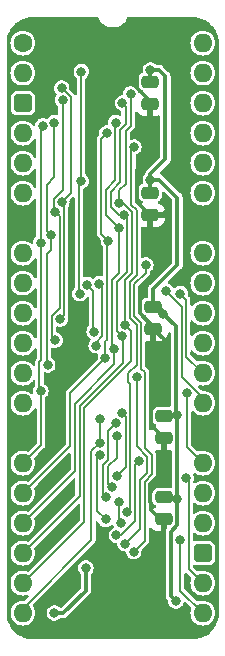
<source format=gbl>
%TF.GenerationSoftware,KiCad,Pcbnew,7.0.5*%
%TF.CreationDate,2024-02-15T17:01:14+02:00*%
%TF.ProjectId,HCP65 Device Reset,48435036-3520-4446-9576-696365205265,rev?*%
%TF.SameCoordinates,PX525bfc0PY43d3480*%
%TF.FileFunction,Copper,L2,Bot*%
%TF.FilePolarity,Positive*%
%FSLAX46Y46*%
G04 Gerber Fmt 4.6, Leading zero omitted, Abs format (unit mm)*
G04 Created by KiCad (PCBNEW 7.0.5) date 2024-02-15 17:01:14*
%MOMM*%
%LPD*%
G01*
G04 APERTURE LIST*
G04 Aperture macros list*
%AMRoundRect*
0 Rectangle with rounded corners*
0 $1 Rounding radius*
0 $2 $3 $4 $5 $6 $7 $8 $9 X,Y pos of 4 corners*
0 Add a 4 corners polygon primitive as box body*
4,1,4,$2,$3,$4,$5,$6,$7,$8,$9,$2,$3,0*
0 Add four circle primitives for the rounded corners*
1,1,$1+$1,$2,$3*
1,1,$1+$1,$4,$5*
1,1,$1+$1,$6,$7*
1,1,$1+$1,$8,$9*
0 Add four rect primitives between the rounded corners*
20,1,$1+$1,$2,$3,$4,$5,0*
20,1,$1+$1,$4,$5,$6,$7,0*
20,1,$1+$1,$6,$7,$8,$9,0*
20,1,$1+$1,$8,$9,$2,$3,0*%
G04 Aperture macros list end*
%TA.AperFunction,ComponentPad*%
%ADD10C,1.600000*%
%TD*%
%TA.AperFunction,ComponentPad*%
%ADD11O,1.600000X1.600000*%
%TD*%
%TA.AperFunction,ComponentPad*%
%ADD12RoundRect,0.400000X-0.400000X-0.400000X0.400000X-0.400000X0.400000X0.400000X-0.400000X0.400000X0*%
%TD*%
%TA.AperFunction,ComponentPad*%
%ADD13R,1.600000X1.600000*%
%TD*%
%TA.AperFunction,SMDPad,CuDef*%
%ADD14RoundRect,0.250000X-0.475000X0.250000X-0.475000X-0.250000X0.475000X-0.250000X0.475000X0.250000X0*%
%TD*%
%TA.AperFunction,ViaPad*%
%ADD15C,0.800000*%
%TD*%
%TA.AperFunction,Conductor*%
%ADD16C,0.380000*%
%TD*%
%TA.AperFunction,Conductor*%
%ADD17C,0.350000*%
%TD*%
%TA.AperFunction,Conductor*%
%ADD18C,0.200000*%
%TD*%
G04 APERTURE END LIST*
D10*
%TO.P,J4,1,Pin_1*%
%TO.N,/~{Reset}_{Device}1*%
X0Y0D03*
D11*
%TO.P,J4,2,Pin_2*%
%TO.N,/~{Reset}_{Device}2*%
X0Y-2540000D03*
D12*
%TO.P,J4,3,Pin_3*%
%TO.N,/5V*%
X0Y-5080000D03*
D11*
%TO.P,J4,4,Pin_4*%
%TO.N,/~{Reset}_{Device}3*%
X0Y-7620000D03*
%TO.P,J4,5,Pin_5*%
%TO.N,/~{Reset}_{Device}8*%
X0Y-10160000D03*
%TO.P,J4,6,Pin_6*%
%TO.N,/~{Reset}_{Device}9*%
X0Y-12700000D03*
D13*
%TO.P,J4,7,Pin_7*%
%TO.N,/GND*%
X0Y-15240000D03*
D11*
%TO.P,J4,8,Pin_8*%
%TO.N,/~{Reset}_{Device}10*%
X0Y-17780000D03*
%TO.P,J4,9,Pin_9*%
%TO.N,/~{Reset}_{Device}11*%
X0Y-20320000D03*
%TO.P,J4,10,Pin_10*%
%TO.N,unconnected-(J4-Pin_10-Pad10)*%
X0Y-22860000D03*
%TO.P,J4,11,Pin_11*%
%TO.N,/D0*%
X0Y-25400000D03*
%TO.P,J4,12,Pin_12*%
%TO.N,/D1*%
X0Y-27940000D03*
%TO.P,J4,13,Pin_13*%
%TO.N,/D2*%
X0Y-30480000D03*
D13*
%TO.P,J4,14,Pin_14*%
%TO.N,/GND*%
X0Y-33020000D03*
D11*
%TO.P,J4,15,Pin_15*%
%TO.N,/D3*%
X0Y-35560000D03*
%TO.P,J4,16,Pin_16*%
%TO.N,/D4*%
X0Y-38100000D03*
%TO.P,J4,17,Pin_17*%
%TO.N,/D5*%
X0Y-40640000D03*
%TO.P,J4,18,Pin_18*%
%TO.N,/D6*%
X0Y-43180000D03*
%TO.P,J4,19,Pin_19*%
%TO.N,/D7*%
X0Y-45720000D03*
%TO.P,J4,20,Pin_20*%
%TO.N,/~{WD}*%
X0Y-48260000D03*
%TO.P,J4,21,Pin_21*%
%TO.N,/~{CLK}*%
X15240000Y-48260000D03*
%TO.P,J4,22,Pin_22*%
%TO.N,/~{Device Enable}_{ 16..19}*%
X15240000Y-45720000D03*
D12*
%TO.P,J4,23,Pin_23*%
%TO.N,/5V*%
X15240000Y-43180000D03*
D11*
%TO.P,J4,24,Pin_24*%
%TO.N,/~{Device Enable}_{ 8..15}*%
X15240000Y-40640000D03*
%TO.P,J4,25,Pin_25*%
%TO.N,/~{Device Enable}_{ 1..7}*%
X15240000Y-38100000D03*
%TO.P,J4,26,Pin_26*%
%TO.N,/~{Reset}_{Device}19*%
X15240000Y-35560000D03*
D13*
%TO.P,J4,27,Pin_27*%
%TO.N,/GND*%
X15240000Y-33020000D03*
D11*
%TO.P,J4,28,Pin_28*%
%TO.N,/~{Reset}_{Device}18*%
X15240000Y-30480000D03*
%TO.P,J4,29,Pin_29*%
%TO.N,/~{Reset}_{Device}17*%
X15240000Y-27940000D03*
%TO.P,J4,30,Pin_30*%
%TO.N,/~{Reset}_{Device}16*%
X15240000Y-25400000D03*
%TO.P,J4,31,Pin_31*%
%TO.N,/~{Reset}_{Device}12*%
X15240000Y-22860000D03*
%TO.P,J4,32,Pin_32*%
%TO.N,/~{Reset}_{Device}13*%
X15240000Y-20320000D03*
%TO.P,J4,33,Pin_33*%
%TO.N,/~{Reset}_{Device}14*%
X15240000Y-17780000D03*
D13*
%TO.P,J4,34,Pin_34*%
%TO.N,/GND*%
X15240000Y-15240000D03*
D11*
%TO.P,J4,35,Pin_35*%
%TO.N,/~{Reset}_{Device}15*%
X15240000Y-12700000D03*
%TO.P,J4,36,Pin_36*%
%TO.N,/~{Reset}_{Device}4*%
X15240000Y-10160000D03*
%TO.P,J4,37,Pin_37*%
%TO.N,/~{Reset}_{Device}5*%
X15240000Y-7620000D03*
%TO.P,J4,38,Pin_38*%
%TO.N,/~{Reset}_{Device}6*%
X15240000Y-5080000D03*
%TO.P,J4,39,Pin_39*%
%TO.N,/~{Reset}_{Device}7*%
X15240000Y-2540000D03*
%TO.P,J4,40,Pin_40*%
%TO.N,/~{Reset}*%
X15240000Y0D03*
%TD*%
D14*
%TO.P,C8,1*%
%TO.N,/3.3V*%
X11049000Y-22307000D03*
%TO.P,C8,2*%
%TO.N,/GND*%
X11049000Y-24207000D03*
%TD*%
%TO.P,C1,1*%
%TO.N,/3.3V*%
X10795000Y-12655000D03*
%TO.P,C1,2*%
%TO.N,/GND*%
X10795000Y-14555000D03*
%TD*%
%TO.P,C2,1*%
%TO.N,/3.3V*%
X10795000Y-3257000D03*
%TO.P,C2,2*%
%TO.N,/GND*%
X10795000Y-5157000D03*
%TD*%
%TO.P,C7,1*%
%TO.N,/3.3V*%
X11938000Y-38436000D03*
%TO.P,C7,2*%
%TO.N,/GND*%
X11938000Y-40336000D03*
%TD*%
%TO.P,C6,1*%
%TO.N,/3.3V*%
X11938000Y-31578000D03*
%TO.P,C6,2*%
%TO.N,/GND*%
X11938000Y-33478000D03*
%TD*%
D15*
%TO.N,/3.3V*%
X11902870Y-22914427D03*
X13053000Y-31496000D03*
X13078189Y-38610775D03*
X10795000Y-11557000D03*
X10795006Y-2286000D03*
X12954000Y-47244000D03*
%TO.N,/GND*%
X11683998Y-43307002D03*
X11118506Y-29656000D03*
X2667000Y-46354992D03*
X10795000Y-9591502D03*
X11937980Y-36194990D03*
X776304Y-21484456D03*
X11768869Y-18990901D03*
X12192000Y-14478000D03*
%TO.N,/5V*%
X5334001Y-44449999D03*
X2666994Y-48260000D03*
%TO.N,/D0*%
X3175000Y-23368000D03*
X3302000Y-13461990D03*
X3293846Y-3819392D03*
%TO.N,/D1*%
X2715758Y-14272128D03*
X2740000Y-25160424D03*
X3363010Y-4817000D03*
%TO.N,/D2*%
X2660386Y-6742939D03*
X2407162Y-16265006D03*
X2108525Y-27254525D03*
%TO.N,/D3*%
X1696655Y-7009824D03*
X1524000Y-29464000D03*
X1524004Y-16891004D03*
%TO.N,/D4*%
X7239000Y-16764000D03*
X7124000Y-7620000D03*
X6990814Y-26670000D03*
%TO.N,/D5*%
X8100999Y-15621000D03*
X7752000Y-25943998D03*
X7874000Y-6731000D03*
%TO.N,/D6*%
X8435757Y-5079994D03*
X8524000Y-14599026D03*
X8385127Y-24813366D03*
%TO.N,/D7*%
X9135757Y-4302235D03*
X8148571Y-13584020D03*
X8645162Y-23847764D03*
%TO.N,/~{Reset}*%
X4953000Y-2413000D03*
X4953000Y-11684000D03*
X4821993Y-21225000D03*
%TO.N,/~{Device Enable}_{ 8..15}*%
X7522937Y-37600763D03*
X7939000Y-33273996D03*
%TO.N,/~{Device Enable}_{ 16..19}*%
X13843000Y-36830000D03*
%TO.N,/~{WD}*%
X6510849Y-31814537D03*
X6502833Y-33881165D03*
%TO.N,/Write Device Reset_{ 8..15}*%
X7010400Y-40335196D03*
X6539000Y-34880514D03*
%TO.N,/Write Device Reset_{ 16..19}*%
X7916642Y-41681611D03*
X9813000Y-35352132D03*
%TO.N,/~{Reset}_{Device}17*%
X6045161Y-24422747D03*
X13335000Y-21209000D03*
X5446450Y-20443937D03*
%TO.N,/~{Reset}_{Device}18*%
X12141531Y-21005481D03*
X6444000Y-20373949D03*
X6198150Y-25626406D03*
%TO.N,/~{Reset}_{Device}19*%
X13891348Y-29669652D03*
%TO.N,/~{Device Enable}_{ 1..7}*%
X7943426Y-36693462D03*
X8413000Y-31290375D03*
%TO.N,/Write Device Reset_{ 1..7}*%
X7019138Y-38464586D03*
X7867407Y-32189297D03*
%TO.N,/Write Device Reset_{ 1..7}\u00B7~{CLK}*%
X8813000Y-39739947D03*
X9393000Y-8801502D03*
%TO.N,/Write Device Reset_{ 8..15}\u00B7~{CLK}*%
X10414000Y-18796000D03*
X9390610Y-43053000D03*
%TO.N,/~{CLK}*%
X13335000Y-42037000D03*
X8286557Y-40617425D03*
X8105002Y-38865191D03*
%TO.N,/Write Device Reset_{ 16..19}\u00B7~{CLK}*%
X8647596Y-42383720D03*
X9633000Y-28256000D03*
%TD*%
D16*
%TO.N,/3.3V*%
X12537496Y-41366601D02*
X12537496Y-46827496D01*
X11049000Y-22307000D02*
X11049000Y-20828000D01*
X10795000Y-11112500D02*
X10795000Y-11557000D01*
X13053000Y-31496000D02*
X13053000Y-38585586D01*
X10795006Y-2286000D02*
X11557000Y-2286000D01*
X12319000Y-31496000D02*
X13053000Y-31496000D01*
X11557000Y-11557000D02*
X10795000Y-11557000D01*
X10795000Y-12655000D02*
X10795000Y-11557000D01*
X12110000Y-38608000D02*
X13075414Y-38608000D01*
X12065000Y-2794000D02*
X12065000Y-9842500D01*
X13081000Y-13081000D02*
X11557000Y-11557000D01*
X12954000Y-31397000D02*
X12954000Y-23965557D01*
X13081000Y-18796000D02*
X13081000Y-13081000D01*
X12537496Y-46827496D02*
X12954000Y-47244000D01*
X13078189Y-40825908D02*
X12537496Y-41366601D01*
X13078189Y-38610775D02*
X13078189Y-40825908D01*
X13053000Y-31496000D02*
X12954000Y-31397000D01*
X11049000Y-20828000D02*
X13081000Y-18796000D01*
X10795000Y-3257000D02*
X10795000Y-2286006D01*
X10795000Y-2286006D02*
X10795006Y-2286000D01*
X13075414Y-38608000D02*
X13078189Y-38610775D01*
X11538049Y-22307000D02*
X11902870Y-22671821D01*
X11902870Y-22671821D02*
X11902870Y-22914427D01*
X13053000Y-38585586D02*
X13078189Y-38610775D01*
X12954000Y-23965557D02*
X11902870Y-22914427D01*
X12065000Y-9842500D02*
X10795000Y-11112500D01*
X11557000Y-2286000D02*
X12065000Y-2794000D01*
%TO.N,/GND*%
X12115000Y-14555000D02*
X12192000Y-14478000D01*
D17*
X-1203000Y-14037000D02*
X-1203000Y-4378000D01*
X-1175000Y-16415000D02*
X0Y-15240000D01*
D16*
X10856976Y-38915664D02*
X10856976Y-39558976D01*
D17*
X9017000Y-49784000D02*
X11683998Y-47117002D01*
D16*
X10795000Y-14555000D02*
X10795000Y-16510000D01*
D17*
X1365000Y-3715000D02*
X4191000Y-889000D01*
D16*
X10795000Y-5157000D02*
X10795000Y-9591502D01*
D17*
X16442999Y-31817001D02*
X15240000Y-33020000D01*
X0Y-33020000D02*
X-1175000Y-31845000D01*
D16*
X11937990Y-36195000D02*
X11937980Y-36194990D01*
D17*
X16415000Y-4403299D02*
X15726701Y-3715000D01*
X-1166120Y-48626849D02*
X-1107305Y-48865469D01*
X-1175000Y-31845000D02*
X-1175000Y-20955000D01*
X15240000Y-15240000D02*
X16442999Y-16442999D01*
D16*
X11049000Y-24207000D02*
X11938000Y-25096000D01*
D17*
X11683998Y-47117002D02*
X11683998Y-43307002D01*
D16*
X11937980Y-36194990D02*
X10803000Y-37329970D01*
D17*
X765760Y-21495000D02*
X776304Y-21484456D01*
X13589000Y-49530000D02*
X11683998Y-47624998D01*
D16*
X11938000Y-40336000D02*
X11938000Y-43053000D01*
D17*
X16347273Y-48676727D02*
X16347273Y-48865461D01*
D16*
X9934000Y-22888001D02*
X9934000Y-20825770D01*
D17*
X15240000Y-15240000D02*
X16415000Y-14065000D01*
X-635000Y-21495000D02*
X765760Y-21495000D01*
X-1175000Y-20955000D02*
X-635000Y-21495000D01*
D16*
X10803000Y-37329970D02*
X10803001Y-38861689D01*
X11938000Y-36195000D02*
X11937990Y-36195000D01*
D17*
X-1175000Y-48553716D02*
X-1166120Y-48626849D01*
D16*
X10823000Y-32363000D02*
X10823000Y-29951506D01*
X11768869Y-17483869D02*
X11768869Y-18990901D01*
X11938000Y-25096000D02*
X11938000Y-28836506D01*
D17*
X-1175000Y-20955000D02*
X-1175000Y-16415000D01*
X16415000Y-14065000D02*
X16415000Y-4403299D01*
D16*
X11938000Y-33478000D02*
X10823000Y-32363000D01*
D17*
X-1175000Y-34195000D02*
X-1175000Y-48553716D01*
D16*
X11938000Y-33478000D02*
X11938000Y-36195000D01*
X10823000Y-29951506D02*
X11118506Y-29656000D01*
D17*
X-1203000Y-4378000D02*
X-540000Y-3715000D01*
X16436218Y-34216218D02*
X16436218Y-48378694D01*
D16*
X10856976Y-39558976D02*
X11634000Y-40336000D01*
X9934000Y-20825770D02*
X11768869Y-18990901D01*
D17*
X4191000Y-889000D02*
X6818538Y-889000D01*
X11927299Y-889000D02*
X6818538Y-889000D01*
X6818538Y-889000D02*
X10795000Y-4865462D01*
X15682734Y-49530000D02*
X13589000Y-49530000D01*
X15240000Y-33020000D02*
X16436218Y-34216218D01*
D16*
X9680000Y-10706502D02*
X10795000Y-9591502D01*
X10795000Y-14555000D02*
X12115000Y-14555000D01*
X11938000Y-28836506D02*
X11118506Y-29656000D01*
D17*
X15726701Y-3715000D02*
X14753299Y-3715000D01*
X16407323Y-48616677D02*
X16347273Y-48676727D01*
X-1107305Y-48865469D02*
X-188774Y-49784000D01*
X16436218Y-48378694D02*
X16407323Y-48616677D01*
X14753299Y-3715000D02*
X11927299Y-889000D01*
D16*
X10803001Y-38861689D02*
X10856976Y-38915664D01*
D17*
X11683998Y-47624998D02*
X11683998Y-47117002D01*
D16*
X11938000Y-43053000D02*
X11683998Y-43307002D01*
X10795000Y-16510000D02*
X11768869Y-17483869D01*
D17*
X16442999Y-16442999D02*
X16442999Y-31817001D01*
D16*
X10795000Y-14555000D02*
X9680000Y-13440000D01*
D17*
X0Y-33020000D02*
X-1175000Y-34195000D01*
X-540000Y-3715000D02*
X1365000Y-3715000D01*
X16347273Y-48865461D02*
X15682734Y-49530000D01*
X-188774Y-49784000D02*
X9017000Y-49784000D01*
D16*
X9680000Y-13440000D02*
X9680000Y-10706502D01*
X11049000Y-24003001D02*
X9934000Y-22888001D01*
D17*
X0Y-15240000D02*
X-1203000Y-14037000D01*
D16*
%TO.N,/5V*%
X5334001Y-44449999D02*
X5334001Y-46354999D01*
X5334001Y-46354999D02*
X3429000Y-48260000D01*
X3429000Y-48260000D02*
X2666994Y-48260000D01*
D18*
%TO.N,/D0*%
X3507162Y-23035838D02*
X3507162Y-13667152D01*
X3302000Y-13461990D02*
X4063010Y-12700980D01*
X3355352Y-3819392D02*
X3293846Y-3819392D01*
X4063010Y-4527050D02*
X3355352Y-3819392D01*
X3175000Y-23368000D02*
X3507162Y-23035838D01*
X4063010Y-12700980D02*
X4063010Y-4527050D01*
X3507162Y-13667152D02*
X3302000Y-13461990D01*
%TO.N,/D1*%
X3107162Y-22445888D02*
X3107162Y-14663532D01*
X2602000Y-13172040D02*
X3363010Y-12411030D01*
X2602000Y-14158370D02*
X2602000Y-13172040D01*
X2475000Y-24895424D02*
X2475000Y-23078050D01*
X2475000Y-23078050D02*
X3107162Y-22445888D01*
X2740000Y-25160424D02*
X2475000Y-24895424D01*
X2715758Y-14272128D02*
X2602000Y-14158370D01*
X3363010Y-12411030D02*
X3363010Y-4817000D01*
X3107162Y-14663532D02*
X2715758Y-14272128D01*
%TO.N,/D2*%
X2108525Y-27254525D02*
X2040000Y-27186000D01*
X2040000Y-17846900D02*
X2407162Y-17479738D01*
X2407162Y-16265006D02*
X2015758Y-15873602D01*
X2407162Y-17479738D02*
X2407162Y-16265006D01*
X2660386Y-11367299D02*
X2660386Y-6742939D01*
X2015758Y-15873602D02*
X2015758Y-12011927D01*
X2015758Y-12011927D02*
X2660386Y-11367299D01*
X2040000Y-27186000D02*
X2040000Y-17846900D01*
%TO.N,/D3*%
X1408525Y-26964575D02*
X1524003Y-26849097D01*
X1501606Y-7204873D02*
X1696655Y-7009824D01*
X1524000Y-34036000D02*
X1524000Y-29464000D01*
X0Y-35560000D02*
X1524000Y-34036000D01*
X1501606Y-16868606D02*
X1501606Y-7204873D01*
X1524004Y-16891004D02*
X1501606Y-16868606D01*
X1524000Y-29464000D02*
X1408525Y-29348525D01*
X1408525Y-29348525D02*
X1408525Y-26964575D01*
X1524003Y-26849097D02*
X1524004Y-16891004D01*
%TO.N,/D4*%
X0Y-38100000D02*
X4007000Y-34093000D01*
X4007000Y-34093000D02*
X4007000Y-29653814D01*
X4007000Y-29653814D02*
X6990814Y-26670000D01*
X7239000Y-16764000D02*
X6648571Y-16173571D01*
X6990814Y-25267186D02*
X6990814Y-26670000D01*
X7239000Y-16764000D02*
X7144000Y-16859000D01*
X7145161Y-25112839D02*
X6990814Y-25267186D01*
X6648571Y-16173571D02*
X6648571Y-8095429D01*
X6648571Y-8095429D02*
X7124000Y-7620000D01*
X7144000Y-20508263D02*
X7145161Y-20509425D01*
X7144000Y-16859000D02*
X7144000Y-20508263D01*
X7145161Y-20509425D02*
X7145161Y-25112839D01*
%TO.N,/D5*%
X7824000Y-6781000D02*
X7824000Y-11629981D01*
X7544000Y-20342577D02*
X7544000Y-20038259D01*
X7874000Y-6731000D02*
X7824000Y-6781000D01*
X4407000Y-36233000D02*
X4407000Y-30529628D01*
X7545162Y-20343739D02*
X7544000Y-20342577D01*
X7752000Y-27184628D02*
X7752000Y-25943998D01*
X7544000Y-20038259D02*
X8100999Y-19481259D01*
X7048571Y-12405410D02*
X7048571Y-14568572D01*
X7824000Y-11629981D02*
X7048571Y-12405410D01*
X4407000Y-30529628D02*
X7752000Y-27184628D01*
X0Y-40640000D02*
X4407000Y-36233000D01*
X7752000Y-25943998D02*
X7545162Y-25737160D01*
X7545162Y-25737160D02*
X7545162Y-20343739D01*
X7048571Y-14568572D02*
X8100999Y-15621000D01*
X8100999Y-19481259D02*
X8100999Y-15621000D01*
%TO.N,/D6*%
X8452000Y-24880239D02*
X8385127Y-24813366D01*
X8800999Y-14876025D02*
X8800999Y-19346945D01*
X8452000Y-27050314D02*
X8452000Y-24880239D01*
X4807000Y-30695314D02*
X8452000Y-27050314D01*
X8224000Y-7370950D02*
X8701000Y-6893950D01*
X8701000Y-6893950D02*
X8701000Y-5345237D01*
X4807000Y-38373000D02*
X4807000Y-30695314D01*
X0Y-43180000D02*
X4807000Y-38373000D01*
X8524000Y-14599026D02*
X8173627Y-14599026D01*
X8173627Y-14599026D02*
X7448571Y-13873970D01*
X7448571Y-12571095D02*
X8224000Y-11795666D01*
X8701000Y-5345237D02*
X8435757Y-5079994D01*
X7945162Y-24373401D02*
X8385127Y-24813366D01*
X7448571Y-13873970D02*
X7448571Y-12571095D01*
X7945162Y-20202783D02*
X7945162Y-24373401D01*
X8524000Y-14599026D02*
X8800999Y-14876025D01*
X8800999Y-19346945D02*
X7945162Y-20202783D01*
X8224000Y-11795666D02*
X8224000Y-7370950D01*
%TO.N,/D7*%
X8515370Y-13584020D02*
X9224000Y-14292650D01*
X8693000Y-11892350D02*
X8148571Y-12436779D01*
X5207000Y-30861000D02*
X9147000Y-26921000D01*
X8693000Y-7467635D02*
X8693000Y-11892350D01*
X9147000Y-26921000D02*
X9147000Y-24349602D01*
X9224000Y-19489629D02*
X8636000Y-20077629D01*
X8636000Y-20077629D02*
X8636000Y-23838602D01*
X8148571Y-13584020D02*
X8515370Y-13584020D01*
X0Y-45720000D02*
X5207000Y-40513000D01*
X8148571Y-12436779D02*
X8148571Y-13584020D01*
X9135757Y-7024878D02*
X8693000Y-7467635D01*
X9147000Y-24349602D02*
X8645162Y-23847764D01*
X9224000Y-14292650D02*
X9224000Y-19489629D01*
X5207000Y-40513000D02*
X5207000Y-30861000D01*
X9135757Y-4302235D02*
X9135757Y-7024878D01*
X8636000Y-23838602D02*
X8645162Y-23847764D01*
%TO.N,/~{Reset}*%
X4953000Y-11684000D02*
X4953000Y-2413000D01*
X4746450Y-21149457D02*
X4821993Y-21225000D01*
X4746450Y-11890550D02*
X4746450Y-21149457D01*
X4953000Y-11684000D02*
X4746450Y-11890550D01*
%TO.N,/~{Device Enable}_{ 8..15}*%
X7239000Y-35845635D02*
X7939000Y-35145635D01*
X7239000Y-37316826D02*
X7239000Y-35845635D01*
X7939000Y-35145635D02*
X7939000Y-33273996D01*
X7522937Y-37600763D02*
X7239000Y-37316826D01*
%TO.N,/~{Device Enable}_{ 16..19}*%
X15240000Y-45720000D02*
X14035000Y-44515000D01*
X14035000Y-44515000D02*
X14035000Y-37022000D01*
X14035000Y-37022000D02*
X13843000Y-36830000D01*
%TO.N,/~{WD}*%
X6510849Y-33873149D02*
X6502833Y-33881165D01*
X5812406Y-34571592D02*
X6502833Y-33881165D01*
X5812406Y-42066594D02*
X5812406Y-34571592D01*
X0Y-47879000D02*
X5812406Y-42066594D01*
X6510849Y-31814537D02*
X6510849Y-33873149D01*
%TO.N,/Write Device Reset_{ 8..15}*%
X6304533Y-39629329D02*
X7010400Y-40335196D01*
X6539000Y-34880514D02*
X6304533Y-35114981D01*
X6304533Y-35114981D02*
X6304533Y-39629329D01*
%TO.N,/Write Device Reset_{ 16..19}*%
X8305589Y-41681611D02*
X7916642Y-41681611D01*
X9513000Y-40474200D02*
X8305589Y-41681611D01*
X9513000Y-35652132D02*
X9513000Y-40474200D01*
X9813000Y-35352132D02*
X9513000Y-35652132D01*
%TO.N,/~{Reset}_{Device}17*%
X6045161Y-24422747D02*
X5983197Y-24360783D01*
X13844000Y-21718000D02*
X13335000Y-21209000D01*
X5983197Y-24360783D02*
X5983197Y-20980684D01*
X5983197Y-20980684D02*
X5446450Y-20443937D01*
X15240000Y-27940000D02*
X13844000Y-26544000D01*
X13844000Y-26544000D02*
X13844000Y-21718000D01*
%TO.N,/~{Reset}_{Device}18*%
X6198150Y-25367165D02*
X6745161Y-24820154D01*
X13444000Y-22307950D02*
X12141531Y-21005481D01*
X6198150Y-25626406D02*
X6198150Y-25367165D01*
X6745161Y-20675110D02*
X6444000Y-20373949D01*
X6745161Y-24820154D02*
X6745161Y-20675110D01*
X13444000Y-28232350D02*
X13444000Y-22307950D01*
X15240000Y-30028350D02*
X13444000Y-28232350D01*
%TO.N,/~{Reset}_{Device}19*%
X13891348Y-34211348D02*
X13891348Y-29669652D01*
X15240000Y-35560000D02*
X13891348Y-34211348D01*
%TO.N,/~{Device Enable}_{ 1..7}*%
X8713000Y-31590375D02*
X8413000Y-31290375D01*
X7943426Y-36693462D02*
X8713000Y-35923888D01*
X8713000Y-35923888D02*
X8713000Y-31590375D01*
%TO.N,/Write Device Reset_{ 1..7}*%
X6793000Y-38238448D02*
X6793000Y-35725950D01*
X7239000Y-35279950D02*
X7239000Y-32817704D01*
X7239000Y-32817704D02*
X7867407Y-32189297D01*
X6793000Y-35725950D02*
X7239000Y-35279950D01*
X7019138Y-38464586D02*
X6793000Y-38238448D01*
%TO.N,/Write Device Reset_{ 1..7}\u00B7~{CLK}*%
X9190000Y-9004502D02*
X9190000Y-13692964D01*
X9393000Y-8801502D02*
X9190000Y-9004502D01*
X8933000Y-28707425D02*
X9113000Y-28887425D01*
X9036000Y-20243315D02*
X9036000Y-23248650D01*
X9624000Y-23836651D02*
X9624000Y-27275050D01*
X9624000Y-19655315D02*
X9036000Y-20243315D01*
X9624000Y-14126965D02*
X9624000Y-19655315D01*
X9113000Y-28887425D02*
X9113000Y-39439947D01*
X9036000Y-23248650D02*
X9624000Y-23836651D01*
X9624000Y-27275050D02*
X8933000Y-27966050D01*
X9113000Y-39439947D02*
X8813000Y-39739947D01*
X8933000Y-27966050D02*
X8933000Y-28707425D01*
X9190000Y-13692964D02*
X9624000Y-14126965D01*
%TO.N,/Write Device Reset_{ 8..15}\u00B7~{CLK}*%
X10333000Y-27882050D02*
X10333000Y-34266496D01*
X9436000Y-23082965D02*
X10024000Y-23670966D01*
X10333000Y-34266496D02*
X10913000Y-34846497D01*
X10913000Y-36527006D02*
X10313000Y-37127006D01*
X9436000Y-20409000D02*
X9436000Y-23082965D01*
X10024000Y-23670966D02*
X10024000Y-27573050D01*
X10414000Y-19431000D02*
X9436000Y-20409000D01*
X10414000Y-18796000D02*
X10414000Y-19431000D01*
X10313000Y-37127006D02*
X10313000Y-42130610D01*
X10313000Y-42130610D02*
X9390610Y-43053000D01*
X10024000Y-27573050D02*
X10333000Y-27882050D01*
X10913000Y-34846497D02*
X10913000Y-36527006D01*
%TO.N,/~{CLK}*%
X15240000Y-48260000D02*
X13335000Y-46355000D01*
X13335000Y-46355000D02*
X13335000Y-42037000D01*
X8105002Y-38865191D02*
X8105002Y-40435870D01*
X8105002Y-40435870D02*
X8286557Y-40617425D01*
%TO.N,/Write Device Reset_{ 16..19}\u00B7~{CLK}*%
X9633000Y-34132182D02*
X10513000Y-35012182D01*
X9913000Y-36961320D02*
X9913000Y-41118316D01*
X10513000Y-36361320D02*
X9913000Y-36961320D01*
X10513000Y-35012182D02*
X10513000Y-36361320D01*
X9633000Y-28256000D02*
X9633000Y-34132182D01*
X9913000Y-41118316D02*
X8647596Y-42383720D01*
%TD*%
%TA.AperFunction,Conductor*%
%TO.N,/GND*%
G36*
X14337461Y2213262D02*
G01*
X14337852Y2213233D01*
X14346689Y2213233D01*
X14402396Y2213233D01*
X14406139Y2213120D01*
X14444759Y2210785D01*
X14667313Y2197325D01*
X14674743Y2196423D01*
X14930257Y2149601D01*
X14937519Y2147810D01*
X15185522Y2070532D01*
X15192522Y2067878D01*
X15396097Y1976259D01*
X15429401Y1961270D01*
X15436032Y1957790D01*
X15658344Y1823400D01*
X15664491Y1819157D01*
X15868984Y1658950D01*
X15874581Y1653990D01*
X16058267Y1470308D01*
X16063236Y1464698D01*
X16223432Y1260226D01*
X16227689Y1254059D01*
X16362075Y1031760D01*
X16365554Y1025131D01*
X16388013Y975231D01*
X16472165Y788254D01*
X16474820Y781255D01*
X16526716Y614716D01*
X16552101Y533253D01*
X16553894Y525977D01*
X16600718Y270472D01*
X16601622Y263033D01*
X16617386Y2432D01*
X16617499Y-1313D01*
X16617499Y-48253770D01*
X16617500Y-48253780D01*
X16617500Y-48258122D01*
X16617387Y-48261867D01*
X16601588Y-48523027D01*
X16600685Y-48530466D01*
X16553862Y-48785969D01*
X16552069Y-48793244D01*
X16474790Y-49041239D01*
X16472136Y-49048238D01*
X16365529Y-49285107D01*
X16362046Y-49291742D01*
X16227662Y-49514038D01*
X16223405Y-49520205D01*
X16063213Y-49724674D01*
X16058243Y-49730283D01*
X15874560Y-49913964D01*
X15868951Y-49918934D01*
X15664483Y-50079121D01*
X15658316Y-50083378D01*
X15436023Y-50217757D01*
X15429387Y-50221239D01*
X15192516Y-50327843D01*
X15185510Y-50330500D01*
X14937512Y-50407777D01*
X14930236Y-50409571D01*
X14674742Y-50456388D01*
X14667303Y-50457292D01*
X14405612Y-50473119D01*
X14401868Y-50473232D01*
X13970000Y-50473232D01*
X13970000Y-47485681D01*
X14229808Y-47745489D01*
X14263293Y-47806812D01*
X14260788Y-47869165D01*
X14204699Y-48054067D01*
X14184417Y-48260000D01*
X14204699Y-48465932D01*
X14204700Y-48465934D01*
X14264768Y-48663954D01*
X14362315Y-48846450D01*
X14362317Y-48846452D01*
X14493589Y-49006410D01*
X14590209Y-49085702D01*
X14653550Y-49137685D01*
X14836046Y-49235232D01*
X15034066Y-49295300D01*
X15034065Y-49295300D01*
X15052529Y-49297118D01*
X15240000Y-49315583D01*
X15445934Y-49295300D01*
X15643954Y-49235232D01*
X15826450Y-49137685D01*
X15986410Y-49006410D01*
X16117685Y-48846450D01*
X16215232Y-48663954D01*
X16275300Y-48465934D01*
X16295583Y-48260000D01*
X16275300Y-48054066D01*
X16215232Y-47856046D01*
X16117685Y-47673550D01*
X16065702Y-47610209D01*
X15986410Y-47513589D01*
X15826452Y-47382317D01*
X15826453Y-47382317D01*
X15826450Y-47382315D01*
X15643954Y-47284768D01*
X15445934Y-47224700D01*
X15445932Y-47224699D01*
X15445934Y-47224699D01*
X15258463Y-47206235D01*
X15240000Y-47204417D01*
X15239999Y-47204417D01*
X15034067Y-47224699D01*
X14849166Y-47280788D01*
X14779299Y-47281411D01*
X14725490Y-47249808D01*
X13970000Y-46494318D01*
X13970000Y-44945682D01*
X14157865Y-45133547D01*
X14229808Y-45205490D01*
X14263293Y-45266813D01*
X14260788Y-45329166D01*
X14204699Y-45514067D01*
X14184417Y-45720000D01*
X14204699Y-45925932D01*
X14204700Y-45925934D01*
X14264768Y-46123954D01*
X14362315Y-46306450D01*
X14362317Y-46306452D01*
X14493589Y-46466410D01*
X14527596Y-46494318D01*
X14653550Y-46597685D01*
X14836046Y-46695232D01*
X15034066Y-46755300D01*
X15034065Y-46755300D01*
X15052529Y-46757118D01*
X15240000Y-46775583D01*
X15445934Y-46755300D01*
X15643954Y-46695232D01*
X15826450Y-46597685D01*
X15986410Y-46466410D01*
X16117685Y-46306450D01*
X16215232Y-46123954D01*
X16275300Y-45925934D01*
X16295583Y-45720000D01*
X16275300Y-45514066D01*
X16215232Y-45316046D01*
X16117685Y-45133550D01*
X16065702Y-45070209D01*
X15986410Y-44973589D01*
X15826452Y-44842317D01*
X15826453Y-44842317D01*
X15826450Y-44842315D01*
X15643954Y-44744768D01*
X15445934Y-44684700D01*
X15445932Y-44684699D01*
X15445934Y-44684699D01*
X15240000Y-44664417D01*
X15034067Y-44684699D01*
X14849166Y-44740788D01*
X14779299Y-44741411D01*
X14725490Y-44709808D01*
X14421819Y-44406137D01*
X14388334Y-44344814D01*
X14385500Y-44318460D01*
X14385500Y-44318459D01*
X14385500Y-44284347D01*
X14405182Y-44217311D01*
X14457984Y-44171554D01*
X14527142Y-44161609D01*
X14572618Y-44177614D01*
X14575623Y-44179391D01*
X14579602Y-44181744D01*
X14621224Y-44193836D01*
X14737426Y-44227597D01*
X14737429Y-44227597D01*
X14737431Y-44227598D01*
X14774306Y-44230500D01*
X14774314Y-44230500D01*
X15705686Y-44230500D01*
X15705694Y-44230500D01*
X15742569Y-44227598D01*
X15742571Y-44227597D01*
X15742573Y-44227597D01*
X15784191Y-44215505D01*
X15900398Y-44181744D01*
X16041865Y-44098081D01*
X16158081Y-43981865D01*
X16241744Y-43840398D01*
X16287598Y-43682569D01*
X16290500Y-43645694D01*
X16290500Y-42714306D01*
X16287598Y-42677431D01*
X16279540Y-42649696D01*
X16241745Y-42519606D01*
X16241744Y-42519603D01*
X16241744Y-42519602D01*
X16158081Y-42378135D01*
X16158079Y-42378133D01*
X16158076Y-42378129D01*
X16041870Y-42261923D01*
X16041862Y-42261917D01*
X15900396Y-42178255D01*
X15900393Y-42178254D01*
X15742573Y-42132402D01*
X15742567Y-42132401D01*
X15705701Y-42129500D01*
X15705694Y-42129500D01*
X14774306Y-42129500D01*
X14774298Y-42129500D01*
X14737432Y-42132401D01*
X14737426Y-42132402D01*
X14579606Y-42178254D01*
X14579604Y-42178254D01*
X14572617Y-42182387D01*
X14504892Y-42199566D01*
X14438630Y-42177404D01*
X14394869Y-42122936D01*
X14385500Y-42075652D01*
X14385500Y-41559878D01*
X14405185Y-41492839D01*
X14457989Y-41447084D01*
X14527147Y-41437140D01*
X14588164Y-41464024D01*
X14653550Y-41517685D01*
X14836046Y-41615232D01*
X15034066Y-41675300D01*
X15034065Y-41675300D01*
X15054348Y-41677297D01*
X15240000Y-41695583D01*
X15445934Y-41675300D01*
X15643954Y-41615232D01*
X15826450Y-41517685D01*
X15986410Y-41386410D01*
X16117685Y-41226450D01*
X16215232Y-41043954D01*
X16275300Y-40845934D01*
X16295583Y-40640000D01*
X16275300Y-40434066D01*
X16215232Y-40236046D01*
X16117685Y-40053550D01*
X16065702Y-39990209D01*
X15986410Y-39893589D01*
X15826452Y-39762317D01*
X15826453Y-39762317D01*
X15826450Y-39762315D01*
X15643954Y-39664768D01*
X15445934Y-39604700D01*
X15445932Y-39604699D01*
X15445934Y-39604699D01*
X15258463Y-39586235D01*
X15240000Y-39584417D01*
X15239999Y-39584417D01*
X15034067Y-39604699D01*
X14836043Y-39664769D01*
X14732489Y-39720121D01*
X14653550Y-39762315D01*
X14653548Y-39762316D01*
X14653547Y-39762317D01*
X14588164Y-39815975D01*
X14523854Y-39843287D01*
X14454987Y-39831496D01*
X14403427Y-39784343D01*
X14385500Y-39720121D01*
X14385500Y-39019878D01*
X14405185Y-38952839D01*
X14457989Y-38907084D01*
X14527147Y-38897140D01*
X14588164Y-38924024D01*
X14653550Y-38977685D01*
X14836046Y-39075232D01*
X15034066Y-39135300D01*
X15034065Y-39135300D01*
X15052529Y-39137118D01*
X15240000Y-39155583D01*
X15445934Y-39135300D01*
X15643954Y-39075232D01*
X15826450Y-38977685D01*
X15986410Y-38846410D01*
X16117685Y-38686450D01*
X16215232Y-38503954D01*
X16275300Y-38305934D01*
X16295583Y-38100000D01*
X16275300Y-37894066D01*
X16215232Y-37696046D01*
X16117685Y-37513550D01*
X16059537Y-37442696D01*
X15986410Y-37353589D01*
X15868575Y-37256886D01*
X15826450Y-37222315D01*
X15643954Y-37124768D01*
X15445934Y-37064700D01*
X15445932Y-37064699D01*
X15445934Y-37064699D01*
X15240000Y-37044417D01*
X15034067Y-37064699D01*
X14836043Y-37124769D01*
X14653547Y-37222316D01*
X14630331Y-37241369D01*
X14566020Y-37268680D01*
X14497153Y-37256886D01*
X14445594Y-37209732D01*
X14427714Y-37142189D01*
X14435725Y-37101548D01*
X14479237Y-36986818D01*
X14498278Y-36830000D01*
X14479237Y-36673182D01*
X14435726Y-36558454D01*
X14430360Y-36488795D01*
X14463507Y-36427288D01*
X14524645Y-36393467D01*
X14594363Y-36398068D01*
X14630333Y-36418632D01*
X14640881Y-36427288D01*
X14653550Y-36437685D01*
X14836046Y-36535232D01*
X15034066Y-36595300D01*
X15034065Y-36595300D01*
X15054347Y-36597297D01*
X15240000Y-36615583D01*
X15445934Y-36595300D01*
X15643954Y-36535232D01*
X15826450Y-36437685D01*
X15986410Y-36306410D01*
X16117685Y-36146450D01*
X16215232Y-35963954D01*
X16275300Y-35765934D01*
X16295583Y-35560000D01*
X16275300Y-35354066D01*
X16215232Y-35156046D01*
X16117685Y-34973550D01*
X16065702Y-34910209D01*
X15986410Y-34813589D01*
X15826452Y-34682317D01*
X15826453Y-34682317D01*
X15826450Y-34682315D01*
X15643954Y-34584768D01*
X15445934Y-34524700D01*
X15445932Y-34524699D01*
X15445934Y-34524699D01*
X15240000Y-34504417D01*
X15034067Y-34524699D01*
X14849166Y-34580788D01*
X14779299Y-34581411D01*
X14725490Y-34549808D01*
X14502411Y-34326729D01*
X14278167Y-34102484D01*
X14244682Y-34041161D01*
X14241848Y-34014803D01*
X14241848Y-31266218D01*
X14261533Y-31199179D01*
X14314337Y-31153424D01*
X14383495Y-31143480D01*
X14447051Y-31172505D01*
X14461702Y-31187554D01*
X14493589Y-31226410D01*
X14542096Y-31266218D01*
X14653550Y-31357685D01*
X14836046Y-31455232D01*
X15034066Y-31515300D01*
X15034065Y-31515300D01*
X15052529Y-31517118D01*
X15240000Y-31535583D01*
X15445934Y-31515300D01*
X15643954Y-31455232D01*
X15826450Y-31357685D01*
X15986410Y-31226410D01*
X16117685Y-31066450D01*
X16215232Y-30883954D01*
X16275300Y-30685934D01*
X16295583Y-30480000D01*
X16275300Y-30274066D01*
X16215232Y-30076046D01*
X16117685Y-29893550D01*
X16062634Y-29826470D01*
X15986410Y-29733589D01*
X15826452Y-29602317D01*
X15826453Y-29602317D01*
X15826450Y-29602315D01*
X15643954Y-29504768D01*
X15445934Y-29444700D01*
X15445932Y-29444699D01*
X15445934Y-29444699D01*
X15258463Y-29426235D01*
X15240000Y-29424417D01*
X15239999Y-29424417D01*
X15199817Y-29428374D01*
X15131172Y-29415354D01*
X15099984Y-29392652D01*
X14879648Y-29172316D01*
X14846163Y-29110993D01*
X14851147Y-29041301D01*
X14893019Y-28985368D01*
X14958483Y-28960951D01*
X15003325Y-28965975D01*
X15034063Y-28975299D01*
X15034065Y-28975300D01*
X15052529Y-28977118D01*
X15240000Y-28995583D01*
X15445934Y-28975300D01*
X15643954Y-28915232D01*
X15826450Y-28817685D01*
X15986410Y-28686410D01*
X16117685Y-28526450D01*
X16215232Y-28343954D01*
X16275300Y-28145934D01*
X16295583Y-27940000D01*
X16275300Y-27734066D01*
X16215232Y-27536046D01*
X16117685Y-27353550D01*
X16065702Y-27290209D01*
X15986410Y-27193589D01*
X15826452Y-27062317D01*
X15826453Y-27062317D01*
X15826450Y-27062315D01*
X15643954Y-26964768D01*
X15445934Y-26904700D01*
X15445932Y-26904699D01*
X15445934Y-26904699D01*
X15240000Y-26884417D01*
X15034067Y-26904699D01*
X14849166Y-26960788D01*
X14779299Y-26961411D01*
X14725490Y-26929808D01*
X14230819Y-26435137D01*
X14197334Y-26373814D01*
X14194500Y-26347456D01*
X14194500Y-26128524D01*
X14214185Y-26061485D01*
X14266989Y-26015730D01*
X14336147Y-26005786D01*
X14399703Y-26034811D01*
X14414354Y-26049860D01*
X14493589Y-26146410D01*
X14590209Y-26225702D01*
X14653550Y-26277685D01*
X14836046Y-26375232D01*
X15034066Y-26435300D01*
X15034065Y-26435300D01*
X15052529Y-26437118D01*
X15240000Y-26455583D01*
X15445934Y-26435300D01*
X15643954Y-26375232D01*
X15826450Y-26277685D01*
X15986410Y-26146410D01*
X16117685Y-25986450D01*
X16215232Y-25803954D01*
X16275300Y-25605934D01*
X16295583Y-25400000D01*
X16275300Y-25194066D01*
X16215232Y-24996046D01*
X16117685Y-24813550D01*
X16001088Y-24671475D01*
X15986410Y-24653589D01*
X15826452Y-24522317D01*
X15826453Y-24522317D01*
X15826450Y-24522315D01*
X15643954Y-24424768D01*
X15445934Y-24364700D01*
X15445932Y-24364699D01*
X15445934Y-24364699D01*
X15240000Y-24344417D01*
X15034067Y-24364699D01*
X14836043Y-24424769D01*
X14725897Y-24483643D01*
X14653550Y-24522315D01*
X14653548Y-24522316D01*
X14653547Y-24522317D01*
X14493589Y-24653590D01*
X14414353Y-24750140D01*
X14356608Y-24789474D01*
X14286763Y-24791345D01*
X14226995Y-24755158D01*
X14196279Y-24692402D01*
X14194500Y-24671475D01*
X14194500Y-23588524D01*
X14214185Y-23521485D01*
X14266989Y-23475730D01*
X14336147Y-23465786D01*
X14399703Y-23494811D01*
X14414354Y-23509860D01*
X14493589Y-23606410D01*
X14590209Y-23685702D01*
X14653550Y-23737685D01*
X14836046Y-23835232D01*
X15034066Y-23895300D01*
X15034065Y-23895300D01*
X15054348Y-23897297D01*
X15240000Y-23915583D01*
X15445934Y-23895300D01*
X15643954Y-23835232D01*
X15826450Y-23737685D01*
X15986410Y-23606410D01*
X16117685Y-23446450D01*
X16215232Y-23263954D01*
X16275300Y-23065934D01*
X16295583Y-22860000D01*
X16275300Y-22654066D01*
X16215232Y-22456046D01*
X16117685Y-22273550D01*
X16001088Y-22131475D01*
X15986410Y-22113589D01*
X15826452Y-21982317D01*
X15826453Y-21982317D01*
X15826450Y-21982315D01*
X15643954Y-21884768D01*
X15445934Y-21824700D01*
X15445932Y-21824699D01*
X15445934Y-21824699D01*
X15240000Y-21804417D01*
X15034067Y-21824699D01*
X14836043Y-21884769D01*
X14725897Y-21943643D01*
X14653550Y-21982315D01*
X14653548Y-21982316D01*
X14653547Y-21982317D01*
X14493589Y-22113590D01*
X14414353Y-22210140D01*
X14356608Y-22249474D01*
X14286763Y-22251345D01*
X14226995Y-22215158D01*
X14196279Y-22152402D01*
X14194500Y-22131475D01*
X14194500Y-21767211D01*
X14197139Y-21741764D01*
X14199043Y-21732685D01*
X14197270Y-21718463D01*
X14194977Y-21700061D01*
X14194500Y-21692385D01*
X14194500Y-21688962D01*
X14194500Y-21688960D01*
X14191118Y-21668699D01*
X14190754Y-21666190D01*
X14184573Y-21616607D01*
X14182478Y-21609574D01*
X14180092Y-21602622D01*
X14180092Y-21602619D01*
X14156312Y-21558677D01*
X14155142Y-21556405D01*
X14133199Y-21511519D01*
X14128936Y-21505547D01*
X14124417Y-21499741D01*
X14087646Y-21465890D01*
X14085797Y-21464116D01*
X14015689Y-21394008D01*
X13982204Y-21332685D01*
X13980274Y-21291384D01*
X13990278Y-21209000D01*
X13971237Y-21052182D01*
X13969999Y-21048920D01*
X13969999Y-20319999D01*
X14184417Y-20319999D01*
X14204699Y-20525932D01*
X14226046Y-20596304D01*
X14264768Y-20723954D01*
X14362315Y-20906450D01*
X14362317Y-20906452D01*
X14493589Y-21066410D01*
X14590209Y-21145702D01*
X14653550Y-21197685D01*
X14836046Y-21295232D01*
X15034066Y-21355300D01*
X15034065Y-21355300D01*
X15052529Y-21357118D01*
X15240000Y-21375583D01*
X15445934Y-21355300D01*
X15643954Y-21295232D01*
X15826450Y-21197685D01*
X15986410Y-21066410D01*
X16117685Y-20906450D01*
X16215232Y-20723954D01*
X16275300Y-20525934D01*
X16295583Y-20320000D01*
X16275300Y-20114066D01*
X16215232Y-19916046D01*
X16117685Y-19733550D01*
X16065702Y-19670209D01*
X15986410Y-19573589D01*
X15826452Y-19442317D01*
X15826453Y-19442317D01*
X15826450Y-19442315D01*
X15643954Y-19344768D01*
X15445934Y-19284700D01*
X15445932Y-19284699D01*
X15445934Y-19284699D01*
X15240000Y-19264417D01*
X15034067Y-19284699D01*
X14836043Y-19344769D01*
X14725897Y-19403643D01*
X14653550Y-19442315D01*
X14653548Y-19442316D01*
X14653547Y-19442317D01*
X14493589Y-19573589D01*
X14362317Y-19733547D01*
X14264769Y-19916043D01*
X14204699Y-20114067D01*
X14184417Y-20319999D01*
X13969999Y-20319999D01*
X13969999Y-17779999D01*
X14184417Y-17779999D01*
X14204699Y-17985932D01*
X14204700Y-17985934D01*
X14264768Y-18183954D01*
X14362315Y-18366450D01*
X14362317Y-18366452D01*
X14493589Y-18526410D01*
X14590209Y-18605702D01*
X14653550Y-18657685D01*
X14836046Y-18755232D01*
X15034066Y-18815300D01*
X15034065Y-18815300D01*
X15052529Y-18817118D01*
X15240000Y-18835583D01*
X15445934Y-18815300D01*
X15643954Y-18755232D01*
X15826450Y-18657685D01*
X15986410Y-18526410D01*
X16117685Y-18366450D01*
X16215232Y-18183954D01*
X16275300Y-17985934D01*
X16295583Y-17780000D01*
X16275300Y-17574066D01*
X16215232Y-17376046D01*
X16117685Y-17193550D01*
X16065702Y-17130209D01*
X15986410Y-17033589D01*
X15826452Y-16902317D01*
X15826453Y-16902317D01*
X15826450Y-16902315D01*
X15643954Y-16804768D01*
X15445934Y-16744700D01*
X15445932Y-16744699D01*
X15445934Y-16744699D01*
X15240000Y-16724417D01*
X15034067Y-16744699D01*
X14836043Y-16804769D01*
X14725897Y-16863643D01*
X14653550Y-16902315D01*
X14653548Y-16902316D01*
X14653547Y-16902317D01*
X14493589Y-17033589D01*
X14362317Y-17193547D01*
X14264769Y-17376043D01*
X14204699Y-17574067D01*
X14184417Y-17779999D01*
X13969999Y-17779999D01*
X13969999Y-12700000D01*
X14184417Y-12700000D01*
X14204699Y-12905932D01*
X14204700Y-12905934D01*
X14264768Y-13103954D01*
X14362315Y-13286450D01*
X14362317Y-13286452D01*
X14493589Y-13446410D01*
X14590209Y-13525702D01*
X14653550Y-13577685D01*
X14836046Y-13675232D01*
X15034066Y-13735300D01*
X15034065Y-13735300D01*
X15052529Y-13737118D01*
X15240000Y-13755583D01*
X15445934Y-13735300D01*
X15643954Y-13675232D01*
X15826450Y-13577685D01*
X15986410Y-13446410D01*
X16117685Y-13286450D01*
X16215232Y-13103954D01*
X16275300Y-12905934D01*
X16295583Y-12700000D01*
X16275300Y-12494066D01*
X16215232Y-12296046D01*
X16117685Y-12113550D01*
X16065702Y-12050209D01*
X15986410Y-11953589D01*
X15826452Y-11822317D01*
X15826453Y-11822317D01*
X15826450Y-11822315D01*
X15643954Y-11724768D01*
X15445934Y-11664700D01*
X15445932Y-11664699D01*
X15445934Y-11664699D01*
X15240000Y-11644417D01*
X15034067Y-11664699D01*
X14836043Y-11724769D01*
X14725898Y-11783643D01*
X14653550Y-11822315D01*
X14653548Y-11822316D01*
X14653547Y-11822317D01*
X14493589Y-11953589D01*
X14362317Y-12113547D01*
X14264769Y-12296043D01*
X14204699Y-12494067D01*
X14184417Y-12700000D01*
X13969999Y-12700000D01*
X13969999Y-10160000D01*
X14184417Y-10160000D01*
X14204699Y-10365932D01*
X14204700Y-10365934D01*
X14264768Y-10563954D01*
X14362315Y-10746450D01*
X14362317Y-10746452D01*
X14493589Y-10906410D01*
X14590209Y-10985702D01*
X14653550Y-11037685D01*
X14836046Y-11135232D01*
X15034066Y-11195300D01*
X15034065Y-11195300D01*
X15052529Y-11197118D01*
X15240000Y-11215583D01*
X15445934Y-11195300D01*
X15643954Y-11135232D01*
X15826450Y-11037685D01*
X15986410Y-10906410D01*
X16117685Y-10746450D01*
X16215232Y-10563954D01*
X16275300Y-10365934D01*
X16295583Y-10160000D01*
X16275300Y-9954066D01*
X16215232Y-9756046D01*
X16117685Y-9573550D01*
X16065702Y-9510209D01*
X15986410Y-9413589D01*
X15826452Y-9282317D01*
X15826453Y-9282317D01*
X15826450Y-9282315D01*
X15643954Y-9184768D01*
X15445934Y-9124700D01*
X15445932Y-9124699D01*
X15445934Y-9124699D01*
X15240000Y-9104417D01*
X15034067Y-9124699D01*
X14836043Y-9184769D01*
X14725898Y-9243643D01*
X14653550Y-9282315D01*
X14653548Y-9282316D01*
X14653547Y-9282317D01*
X14493589Y-9413589D01*
X14362317Y-9573547D01*
X14264769Y-9756043D01*
X14204699Y-9954067D01*
X14184417Y-10160000D01*
X13969999Y-10160000D01*
X13969999Y-7619999D01*
X14184417Y-7619999D01*
X14204699Y-7825932D01*
X14204700Y-7825934D01*
X14264768Y-8023954D01*
X14362315Y-8206450D01*
X14362317Y-8206452D01*
X14493589Y-8366410D01*
X14590209Y-8445702D01*
X14653550Y-8497685D01*
X14836046Y-8595232D01*
X15034066Y-8655300D01*
X15034065Y-8655300D01*
X15052529Y-8657118D01*
X15240000Y-8675583D01*
X15445934Y-8655300D01*
X15643954Y-8595232D01*
X15826450Y-8497685D01*
X15986410Y-8366410D01*
X16117685Y-8206450D01*
X16215232Y-8023954D01*
X16275300Y-7825934D01*
X16295583Y-7620000D01*
X16275300Y-7414066D01*
X16215232Y-7216046D01*
X16117685Y-7033550D01*
X16065702Y-6970209D01*
X15986410Y-6873589D01*
X15826452Y-6742317D01*
X15826453Y-6742317D01*
X15826450Y-6742315D01*
X15643954Y-6644768D01*
X15445934Y-6584700D01*
X15445932Y-6584699D01*
X15445934Y-6584699D01*
X15240000Y-6564417D01*
X15034067Y-6584699D01*
X14836043Y-6644769D01*
X14725898Y-6703643D01*
X14653550Y-6742315D01*
X14653548Y-6742316D01*
X14653547Y-6742317D01*
X14493589Y-6873589D01*
X14362317Y-7033547D01*
X14264769Y-7216043D01*
X14204699Y-7414067D01*
X14184417Y-7619999D01*
X13969999Y-7619999D01*
X13969999Y-5080000D01*
X14184417Y-5080000D01*
X14204699Y-5285932D01*
X14204700Y-5285934D01*
X14264768Y-5483954D01*
X14362315Y-5666450D01*
X14362317Y-5666452D01*
X14493589Y-5826410D01*
X14590209Y-5905702D01*
X14653550Y-5957685D01*
X14836046Y-6055232D01*
X15034066Y-6115300D01*
X15034065Y-6115300D01*
X15052529Y-6117118D01*
X15240000Y-6135583D01*
X15445934Y-6115300D01*
X15643954Y-6055232D01*
X15826450Y-5957685D01*
X15986410Y-5826410D01*
X16117685Y-5666450D01*
X16215232Y-5483954D01*
X16275300Y-5285934D01*
X16295583Y-5080000D01*
X16275300Y-4874066D01*
X16215232Y-4676046D01*
X16117685Y-4493550D01*
X16065702Y-4430209D01*
X15986410Y-4333589D01*
X15826452Y-4202317D01*
X15826453Y-4202317D01*
X15826450Y-4202315D01*
X15643954Y-4104768D01*
X15445934Y-4044700D01*
X15445932Y-4044699D01*
X15445934Y-4044699D01*
X15240000Y-4024417D01*
X15034067Y-4044699D01*
X14836043Y-4104769D01*
X14725898Y-4163643D01*
X14653550Y-4202315D01*
X14653548Y-4202316D01*
X14653547Y-4202317D01*
X14493589Y-4333589D01*
X14362317Y-4493547D01*
X14264769Y-4676043D01*
X14204699Y-4874067D01*
X14184417Y-5080000D01*
X13969999Y-5080000D01*
X13969999Y-2540000D01*
X14184417Y-2540000D01*
X14204699Y-2745932D01*
X14204700Y-2745934D01*
X14264768Y-2943954D01*
X14362315Y-3126450D01*
X14362317Y-3126452D01*
X14493589Y-3286410D01*
X14590209Y-3365702D01*
X14653550Y-3417685D01*
X14836046Y-3515232D01*
X15034066Y-3575300D01*
X15034065Y-3575300D01*
X15052529Y-3577118D01*
X15240000Y-3595583D01*
X15445934Y-3575300D01*
X15643954Y-3515232D01*
X15826450Y-3417685D01*
X15986410Y-3286410D01*
X16117685Y-3126450D01*
X16215232Y-2943954D01*
X16275300Y-2745934D01*
X16295583Y-2540000D01*
X16275300Y-2334066D01*
X16215232Y-2136046D01*
X16117685Y-1953550D01*
X16065702Y-1890209D01*
X15986410Y-1793589D01*
X15826452Y-1662317D01*
X15826453Y-1662317D01*
X15826450Y-1662315D01*
X15643954Y-1564768D01*
X15445934Y-1504700D01*
X15445932Y-1504699D01*
X15445934Y-1504699D01*
X15240000Y-1484417D01*
X15034067Y-1504699D01*
X14836043Y-1564769D01*
X14725898Y-1623643D01*
X14653550Y-1662315D01*
X14653548Y-1662316D01*
X14653547Y-1662317D01*
X14493589Y-1793589D01*
X14362317Y-1953547D01*
X14264769Y-2136043D01*
X14204699Y-2334067D01*
X14184417Y-2540000D01*
X13969999Y-2540000D01*
X13969999Y1D01*
X14184417Y1D01*
X14204699Y-205932D01*
X14204700Y-205934D01*
X14264768Y-403954D01*
X14362315Y-586450D01*
X14362317Y-586452D01*
X14493589Y-746410D01*
X14590209Y-825702D01*
X14653550Y-877685D01*
X14836046Y-975232D01*
X15034066Y-1035300D01*
X15034065Y-1035300D01*
X15052529Y-1037118D01*
X15240000Y-1055583D01*
X15445934Y-1035300D01*
X15643954Y-975232D01*
X15826450Y-877685D01*
X15986410Y-746410D01*
X16117685Y-586450D01*
X16215232Y-403954D01*
X16275300Y-205934D01*
X16295583Y0D01*
X16275300Y205934D01*
X16215232Y403954D01*
X16117685Y586450D01*
X16065702Y649791D01*
X15986410Y746411D01*
X15826452Y877683D01*
X15826453Y877683D01*
X15826450Y877685D01*
X15643954Y975232D01*
X15445934Y1035300D01*
X15445932Y1035301D01*
X15445934Y1035301D01*
X15240000Y1055583D01*
X15034067Y1035301D01*
X14836043Y975231D01*
X14725898Y916357D01*
X14653550Y877685D01*
X14653548Y877684D01*
X14653547Y877683D01*
X14493589Y746411D01*
X14362317Y586453D01*
X14264769Y403957D01*
X14204699Y205933D01*
X14184417Y1D01*
X13969999Y1D01*
X13969999Y2213416D01*
X14337461Y2213262D01*
G37*
%TD.AperFunction*%
%TD*%
%TA.AperFunction,Conductor*%
%TO.N,/GND*%
G36*
X1270000Y-6518747D02*
G01*
X1206171Y-6575295D01*
X1116436Y-6705299D01*
X1116435Y-6705300D01*
X1060418Y-6853004D01*
X1052728Y-6916333D01*
X1025105Y-6980511D01*
X967171Y-7019566D01*
X897318Y-7021100D01*
X837725Y-6984626D01*
X833778Y-6980049D01*
X746410Y-6873589D01*
X586452Y-6742317D01*
X586453Y-6742317D01*
X586450Y-6742315D01*
X403954Y-6644768D01*
X205934Y-6584700D01*
X205932Y-6584699D01*
X205934Y-6584699D01*
X18463Y-6566235D01*
X0Y-6564417D01*
X-1Y-6564417D01*
X-205933Y-6584699D01*
X-403957Y-6644769D01*
X-514102Y-6703643D01*
X-586450Y-6742315D01*
X-586452Y-6742316D01*
X-586453Y-6742317D01*
X-746411Y-6873589D01*
X-877683Y-7033547D01*
X-975231Y-7216043D01*
X-1035301Y-7414067D01*
X-1055583Y-7620000D01*
X-1035301Y-7825932D01*
X-1035300Y-7825934D01*
X-975232Y-8023954D01*
X-877685Y-8206450D01*
X-843031Y-8248677D01*
X-746411Y-8366410D01*
X-649791Y-8445702D01*
X-586450Y-8497685D01*
X-403954Y-8595232D01*
X-205934Y-8655300D01*
X-205935Y-8655300D01*
X-185653Y-8657297D01*
X0Y-8675583D01*
X205934Y-8655300D01*
X403954Y-8595232D01*
X586450Y-8497685D01*
X746410Y-8366410D01*
X877685Y-8206450D01*
X917750Y-8131493D01*
X966709Y-8081654D01*
X1034846Y-8066193D01*
X1100526Y-8090024D01*
X1142895Y-8145582D01*
X1151105Y-8189951D01*
X1151105Y-9590048D01*
X1131420Y-9657087D01*
X1078616Y-9702842D01*
X1009458Y-9712786D01*
X945902Y-9683761D01*
X917747Y-9648501D01*
X877684Y-9573548D01*
X746410Y-9413589D01*
X586452Y-9282317D01*
X586453Y-9282317D01*
X586450Y-9282315D01*
X403954Y-9184768D01*
X205934Y-9124700D01*
X205932Y-9124699D01*
X205934Y-9124699D01*
X18463Y-9106235D01*
X0Y-9104417D01*
X-1Y-9104417D01*
X-205933Y-9124699D01*
X-403957Y-9184769D01*
X-514102Y-9243643D01*
X-586450Y-9282315D01*
X-586452Y-9282316D01*
X-586453Y-9282317D01*
X-746411Y-9413589D01*
X-877683Y-9573547D01*
X-975231Y-9756043D01*
X-1035301Y-9954067D01*
X-1055583Y-10160000D01*
X-1035301Y-10365932D01*
X-1035300Y-10365934D01*
X-975232Y-10563954D01*
X-877685Y-10746450D01*
X-843031Y-10788677D01*
X-746411Y-10906410D01*
X-649791Y-10985702D01*
X-586450Y-11037685D01*
X-403954Y-11135232D01*
X-205934Y-11195300D01*
X-205935Y-11195300D01*
X-185653Y-11197297D01*
X0Y-11215583D01*
X205934Y-11195300D01*
X403954Y-11135232D01*
X586450Y-11037685D01*
X746410Y-10906410D01*
X877685Y-10746450D01*
X917750Y-10671493D01*
X966709Y-10621654D01*
X1034846Y-10606193D01*
X1100526Y-10630024D01*
X1142895Y-10685582D01*
X1151105Y-10729951D01*
X1151105Y-12130048D01*
X1131420Y-12197087D01*
X1078616Y-12242842D01*
X1009458Y-12252786D01*
X945902Y-12223761D01*
X917747Y-12188501D01*
X877684Y-12113548D01*
X746410Y-11953589D01*
X586452Y-11822317D01*
X586453Y-11822317D01*
X586450Y-11822315D01*
X403954Y-11724768D01*
X205934Y-11664700D01*
X205932Y-11664699D01*
X205934Y-11664699D01*
X18463Y-11646235D01*
X0Y-11644417D01*
X-1Y-11644417D01*
X-205933Y-11664699D01*
X-403957Y-11724769D01*
X-514102Y-11783643D01*
X-586450Y-11822315D01*
X-586452Y-11822316D01*
X-586453Y-11822317D01*
X-746411Y-11953589D01*
X-877683Y-12113547D01*
X-975231Y-12296043D01*
X-1035301Y-12494067D01*
X-1055583Y-12700000D01*
X-1035301Y-12905932D01*
X-1035300Y-12905934D01*
X-975232Y-13103954D01*
X-877685Y-13286450D01*
X-843031Y-13328677D01*
X-746411Y-13446410D01*
X-649791Y-13525702D01*
X-586450Y-13577685D01*
X-403954Y-13675232D01*
X-205934Y-13735300D01*
X-205935Y-13735300D01*
X-185653Y-13737297D01*
X0Y-13755583D01*
X205934Y-13735300D01*
X403954Y-13675232D01*
X586450Y-13577685D01*
X746410Y-13446410D01*
X877685Y-13286450D01*
X917750Y-13211493D01*
X966709Y-13161654D01*
X1034846Y-13146193D01*
X1100526Y-13170024D01*
X1142895Y-13225582D01*
X1151105Y-13269951D01*
X1151106Y-16296495D01*
X1131421Y-16363534D01*
X1109333Y-16389310D01*
X1033522Y-16456472D01*
X943785Y-16586479D01*
X943784Y-16586480D01*
X887767Y-16734184D01*
X869114Y-16887804D01*
X841492Y-16951982D01*
X783558Y-16991038D01*
X713705Y-16992573D01*
X667353Y-16968710D01*
X586453Y-16902317D01*
X586451Y-16902316D01*
X586450Y-16902315D01*
X403954Y-16804768D01*
X205934Y-16744700D01*
X205932Y-16744699D01*
X205934Y-16744699D01*
X18463Y-16726235D01*
X0Y-16724417D01*
X-1Y-16724417D01*
X-205933Y-16744699D01*
X-403957Y-16804769D01*
X-514102Y-16863643D01*
X-586450Y-16902315D01*
X-586452Y-16902316D01*
X-586453Y-16902317D01*
X-746411Y-17033589D01*
X-877683Y-17193547D01*
X-877685Y-17193550D01*
X-916357Y-17265898D01*
X-975231Y-17376043D01*
X-1035301Y-17574067D01*
X-1055583Y-17779999D01*
X-1035301Y-17985932D01*
X-1035300Y-17985934D01*
X-975232Y-18183954D01*
X-877685Y-18366450D01*
X-877683Y-18366452D01*
X-746411Y-18526410D01*
X-649791Y-18605702D01*
X-586450Y-18657685D01*
X-403954Y-18755232D01*
X-205934Y-18815300D01*
X-205935Y-18815300D01*
X-185653Y-18817297D01*
X0Y-18835583D01*
X205934Y-18815300D01*
X403954Y-18755232D01*
X586450Y-18657685D01*
X746410Y-18526410D01*
X877685Y-18366450D01*
X940145Y-18249595D01*
X989108Y-18199752D01*
X1057246Y-18184292D01*
X1122925Y-18208124D01*
X1165294Y-18263682D01*
X1173503Y-18308050D01*
X1173503Y-19791949D01*
X1153818Y-19858988D01*
X1101014Y-19904743D01*
X1031856Y-19914687D01*
X968300Y-19885662D01*
X940145Y-19850403D01*
X908900Y-19791949D01*
X877685Y-19733550D01*
X825702Y-19670209D01*
X746410Y-19573589D01*
X586452Y-19442317D01*
X586453Y-19442317D01*
X586450Y-19442315D01*
X403954Y-19344768D01*
X205934Y-19284700D01*
X205932Y-19284699D01*
X205934Y-19284699D01*
X0Y-19264417D01*
X-205933Y-19284699D01*
X-403957Y-19344769D01*
X-514102Y-19403643D01*
X-586450Y-19442315D01*
X-586452Y-19442316D01*
X-586453Y-19442317D01*
X-746411Y-19573589D01*
X-877683Y-19733547D01*
X-975231Y-19916043D01*
X-1035301Y-20114067D01*
X-1055583Y-20320000D01*
X-1035301Y-20525932D01*
X-1035300Y-20525934D01*
X-975232Y-20723954D01*
X-877685Y-20906450D01*
X-877683Y-20906452D01*
X-746411Y-21066410D01*
X-649791Y-21145702D01*
X-586450Y-21197685D01*
X-403954Y-21295232D01*
X-205934Y-21355300D01*
X-205935Y-21355300D01*
X-185653Y-21357297D01*
X0Y-21375583D01*
X205934Y-21355300D01*
X403954Y-21295232D01*
X586450Y-21197685D01*
X746410Y-21066410D01*
X877685Y-20906450D01*
X940145Y-20789595D01*
X989108Y-20739752D01*
X1057246Y-20724292D01*
X1122925Y-20748124D01*
X1165294Y-20803682D01*
X1173503Y-20848050D01*
X1173503Y-22331949D01*
X1153818Y-22398988D01*
X1101014Y-22444743D01*
X1031856Y-22454687D01*
X968300Y-22425662D01*
X940145Y-22390403D01*
X908900Y-22331949D01*
X877685Y-22273550D01*
X825702Y-22210209D01*
X746410Y-22113589D01*
X586452Y-21982317D01*
X586453Y-21982317D01*
X586450Y-21982315D01*
X403954Y-21884768D01*
X205934Y-21824700D01*
X205932Y-21824699D01*
X205934Y-21824699D01*
X0Y-21804417D01*
X-205933Y-21824699D01*
X-403957Y-21884769D01*
X-514103Y-21943643D01*
X-586450Y-21982315D01*
X-586452Y-21982316D01*
X-586453Y-21982317D01*
X-746411Y-22113589D01*
X-877683Y-22273547D01*
X-975231Y-22456043D01*
X-1035301Y-22654067D01*
X-1055583Y-22859999D01*
X-1035301Y-23065932D01*
X-1035300Y-23065934D01*
X-975232Y-23263954D01*
X-877685Y-23446450D01*
X-877683Y-23446452D01*
X-746411Y-23606410D01*
X-649791Y-23685702D01*
X-586450Y-23737685D01*
X-403954Y-23835232D01*
X-205934Y-23895300D01*
X-205935Y-23895300D01*
X-187471Y-23897118D01*
X0Y-23915583D01*
X205934Y-23895300D01*
X403954Y-23835232D01*
X586450Y-23737685D01*
X746410Y-23606410D01*
X877685Y-23446450D01*
X940145Y-23329595D01*
X989108Y-23279752D01*
X1057246Y-23264292D01*
X1122925Y-23288124D01*
X1165294Y-23343682D01*
X1173503Y-23388050D01*
X1173503Y-24871949D01*
X1153818Y-24938988D01*
X1101014Y-24984743D01*
X1031856Y-24994687D01*
X968300Y-24965662D01*
X940145Y-24930403D01*
X908900Y-24871949D01*
X877685Y-24813550D01*
X825702Y-24750209D01*
X746410Y-24653589D01*
X586452Y-24522317D01*
X586453Y-24522317D01*
X586450Y-24522315D01*
X403954Y-24424768D01*
X205934Y-24364700D01*
X205932Y-24364699D01*
X205934Y-24364699D01*
X18463Y-24346235D01*
X0Y-24344417D01*
X-1Y-24344417D01*
X-205933Y-24364699D01*
X-403957Y-24424769D01*
X-514103Y-24483643D01*
X-586450Y-24522315D01*
X-586452Y-24522316D01*
X-586453Y-24522317D01*
X-746411Y-24653589D01*
X-877683Y-24813547D01*
X-975231Y-24996043D01*
X-1035301Y-25194067D01*
X-1055583Y-25400000D01*
X-1035301Y-25605932D01*
X-1035300Y-25605934D01*
X-975232Y-25803954D01*
X-877685Y-25986450D01*
X-877683Y-25986452D01*
X-746411Y-26146410D01*
X-649791Y-26225702D01*
X-586450Y-26277685D01*
X-403954Y-26375232D01*
X-205934Y-26435300D01*
X-205935Y-26435300D01*
X-185653Y-26437297D01*
X0Y-26455583D01*
X205934Y-26435300D01*
X403954Y-26375232D01*
X586450Y-26277685D01*
X746410Y-26146410D01*
X877685Y-25986450D01*
X940145Y-25869595D01*
X989108Y-25819752D01*
X1057246Y-25804292D01*
X1122925Y-25828124D01*
X1165294Y-25883682D01*
X1173503Y-25928050D01*
X1173503Y-26652552D01*
X1153818Y-26719591D01*
X1143030Y-26732988D01*
X1143464Y-26733355D01*
X1140149Y-26737269D01*
X1128220Y-26753976D01*
X1126689Y-26756028D01*
X1096008Y-26795447D01*
X1092500Y-26801928D01*
X1089286Y-26808506D01*
X1075031Y-26856384D01*
X1074250Y-26858821D01*
X1058024Y-26906087D01*
X1056819Y-26913308D01*
X1055907Y-26920621D01*
X1057972Y-26970523D01*
X1058025Y-26973085D01*
X1058025Y-27226737D01*
X1038340Y-27293776D01*
X985536Y-27339531D01*
X916378Y-27349475D01*
X852822Y-27320450D01*
X838172Y-27305402D01*
X746410Y-27193590D01*
X586452Y-27062317D01*
X586453Y-27062317D01*
X586450Y-27062315D01*
X403954Y-26964768D01*
X205934Y-26904700D01*
X205932Y-26904699D01*
X205934Y-26904699D01*
X18463Y-26886235D01*
X0Y-26884417D01*
X-1Y-26884417D01*
X-205933Y-26904699D01*
X-403957Y-26964769D01*
X-479527Y-27005163D01*
X-586450Y-27062315D01*
X-586452Y-27062316D01*
X-586453Y-27062317D01*
X-746411Y-27193589D01*
X-877683Y-27353547D01*
X-975231Y-27536043D01*
X-1035301Y-27734067D01*
X-1055583Y-27940000D01*
X-1035301Y-28145932D01*
X-1035300Y-28145934D01*
X-975232Y-28343954D01*
X-877685Y-28526450D01*
X-877683Y-28526452D01*
X-746411Y-28686410D01*
X-649791Y-28765702D01*
X-586450Y-28817685D01*
X-403954Y-28915232D01*
X-205934Y-28975300D01*
X-205935Y-28975300D01*
X-185653Y-28977297D01*
X0Y-28995583D01*
X205934Y-28975300D01*
X403954Y-28915232D01*
X586450Y-28817685D01*
X746410Y-28686410D01*
X838171Y-28574597D01*
X895917Y-28535263D01*
X965761Y-28533392D01*
X1025530Y-28569579D01*
X1056246Y-28632335D01*
X1058025Y-28653262D01*
X1058025Y-28955324D01*
X1038340Y-29022363D01*
X1036075Y-29025764D01*
X943781Y-29159475D01*
X943780Y-29159476D01*
X887762Y-29307181D01*
X868722Y-29463999D01*
X868722Y-29464000D01*
X881343Y-29567946D01*
X869882Y-29636869D01*
X822978Y-29688655D01*
X755523Y-29706862D01*
X688932Y-29685709D01*
X679583Y-29678746D01*
X586452Y-29602317D01*
X586453Y-29602317D01*
X586450Y-29602315D01*
X403954Y-29504768D01*
X205934Y-29444700D01*
X205932Y-29444699D01*
X205934Y-29444699D01*
X0Y-29424417D01*
X-205933Y-29444699D01*
X-403957Y-29504769D01*
X-514103Y-29563643D01*
X-586450Y-29602315D01*
X-586452Y-29602316D01*
X-586453Y-29602317D01*
X-746411Y-29733589D01*
X-877683Y-29893547D01*
X-975231Y-30076043D01*
X-1035301Y-30274067D01*
X-1055583Y-30480000D01*
X-1035301Y-30685932D01*
X-1035300Y-30685934D01*
X-975232Y-30883954D01*
X-877685Y-31066450D01*
X-877683Y-31066452D01*
X-746411Y-31226410D01*
X-649791Y-31305702D01*
X-586450Y-31357685D01*
X-403954Y-31455232D01*
X-205934Y-31515300D01*
X-205935Y-31515300D01*
X-185653Y-31517297D01*
X0Y-31535583D01*
X205934Y-31515300D01*
X403954Y-31455232D01*
X586450Y-31357685D01*
X746410Y-31226410D01*
X877685Y-31066450D01*
X940143Y-30949599D01*
X989105Y-30899757D01*
X1057242Y-30884297D01*
X1122922Y-30908129D01*
X1165291Y-30963687D01*
X1173500Y-31008055D01*
X1173500Y-33839455D01*
X1153815Y-33906494D01*
X1137181Y-33927136D01*
X514508Y-34549808D01*
X453185Y-34583293D01*
X390833Y-34580788D01*
X205934Y-34524700D01*
X205932Y-34524699D01*
X205934Y-34524699D01*
X18463Y-34506235D01*
X0Y-34504417D01*
X-1Y-34504417D01*
X-205933Y-34524699D01*
X-381308Y-34577898D01*
X-399091Y-34583293D01*
X-403957Y-34584769D01*
X-514103Y-34643643D01*
X-586450Y-34682315D01*
X-586452Y-34682316D01*
X-586453Y-34682317D01*
X-746411Y-34813589D01*
X-877683Y-34973547D01*
X-975231Y-35156043D01*
X-1035301Y-35354067D01*
X-1055583Y-35559999D01*
X-1035301Y-35765932D01*
X-1035300Y-35765934D01*
X-975232Y-35963954D01*
X-877685Y-36146450D01*
X-877683Y-36146452D01*
X-746411Y-36306410D01*
X-649791Y-36385702D01*
X-586450Y-36437685D01*
X-403954Y-36535232D01*
X-205934Y-36595300D01*
X-205935Y-36595300D01*
X-185653Y-36597297D01*
X0Y-36615583D01*
X205934Y-36595300D01*
X403954Y-36535232D01*
X586450Y-36437685D01*
X746410Y-36306410D01*
X877685Y-36146450D01*
X975232Y-35963954D01*
X1035300Y-35765934D01*
X1055583Y-35560000D01*
X1035300Y-35354066D01*
X979210Y-35169163D01*
X978588Y-35099298D01*
X1010189Y-35045491D01*
X1270000Y-34785681D01*
X1270000Y-36334316D01*
X514508Y-37089808D01*
X453185Y-37123293D01*
X390833Y-37120788D01*
X205934Y-37064700D01*
X205932Y-37064699D01*
X205934Y-37064699D01*
X18463Y-37046235D01*
X0Y-37044417D01*
X-1Y-37044417D01*
X-205933Y-37064699D01*
X-381308Y-37117898D01*
X-399091Y-37123293D01*
X-403957Y-37124769D01*
X-514103Y-37183643D01*
X-586450Y-37222315D01*
X-586452Y-37222316D01*
X-586453Y-37222317D01*
X-746411Y-37353589D01*
X-877683Y-37513547D01*
X-975231Y-37696043D01*
X-1035301Y-37894067D01*
X-1055583Y-38100000D01*
X-1035301Y-38305932D01*
X-1035300Y-38305934D01*
X-975232Y-38503954D01*
X-877685Y-38686450D01*
X-877683Y-38686452D01*
X-746411Y-38846410D01*
X-649791Y-38925702D01*
X-586450Y-38977685D01*
X-403954Y-39075232D01*
X-205934Y-39135300D01*
X-205935Y-39135300D01*
X-185653Y-39137297D01*
X0Y-39155583D01*
X205934Y-39135300D01*
X403954Y-39075232D01*
X586450Y-38977685D01*
X746410Y-38846410D01*
X877685Y-38686450D01*
X975232Y-38503954D01*
X1035300Y-38305934D01*
X1055583Y-38100000D01*
X1035300Y-37894066D01*
X979210Y-37709163D01*
X978588Y-37639298D01*
X1010189Y-37585491D01*
X1270000Y-37325680D01*
X1270000Y-38874316D01*
X514508Y-39629808D01*
X453185Y-39663293D01*
X390833Y-39660788D01*
X205934Y-39604700D01*
X205932Y-39604699D01*
X205934Y-39604699D01*
X0Y-39584417D01*
X-205933Y-39604699D01*
X-381308Y-39657898D01*
X-399091Y-39663293D01*
X-403957Y-39664769D01*
X-514103Y-39723643D01*
X-586450Y-39762315D01*
X-586452Y-39762316D01*
X-586453Y-39762317D01*
X-746411Y-39893589D01*
X-877683Y-40053547D01*
X-975231Y-40236043D01*
X-1035301Y-40434067D01*
X-1055583Y-40639999D01*
X-1035301Y-40845932D01*
X-1035300Y-40845934D01*
X-975232Y-41043954D01*
X-877685Y-41226450D01*
X-877683Y-41226452D01*
X-746411Y-41386410D01*
X-649791Y-41465702D01*
X-586450Y-41517685D01*
X-403954Y-41615232D01*
X-205934Y-41675300D01*
X-205935Y-41675300D01*
X-185653Y-41677297D01*
X0Y-41695583D01*
X205934Y-41675300D01*
X403954Y-41615232D01*
X586450Y-41517685D01*
X746410Y-41386410D01*
X877685Y-41226450D01*
X975232Y-41043954D01*
X1035300Y-40845934D01*
X1055583Y-40640000D01*
X1035300Y-40434066D01*
X979210Y-40249163D01*
X978588Y-40179298D01*
X1010189Y-40125491D01*
X1270000Y-39865681D01*
X1270000Y-41414316D01*
X514508Y-42169808D01*
X453185Y-42203293D01*
X390833Y-42200788D01*
X205934Y-42144700D01*
X205932Y-42144699D01*
X205934Y-42144699D01*
X18463Y-42126235D01*
X0Y-42124417D01*
X-1Y-42124417D01*
X-205933Y-42144699D01*
X-381308Y-42197898D01*
X-399091Y-42203293D01*
X-403957Y-42204769D01*
X-514103Y-42263643D01*
X-586450Y-42302315D01*
X-586452Y-42302316D01*
X-586453Y-42302317D01*
X-746411Y-42433589D01*
X-877683Y-42593547D01*
X-975231Y-42776043D01*
X-1035301Y-42974067D01*
X-1055583Y-43180000D01*
X-1035301Y-43385932D01*
X-1035300Y-43385934D01*
X-975232Y-43583954D01*
X-877685Y-43766450D01*
X-877683Y-43766452D01*
X-746411Y-43926410D01*
X-649791Y-44005702D01*
X-586450Y-44057685D01*
X-403954Y-44155232D01*
X-205934Y-44215300D01*
X-205935Y-44215300D01*
X-187471Y-44217118D01*
X0Y-44235583D01*
X205934Y-44215300D01*
X403954Y-44155232D01*
X586450Y-44057685D01*
X746410Y-43926410D01*
X877685Y-43766450D01*
X975232Y-43583954D01*
X1035300Y-43385934D01*
X1055583Y-43180000D01*
X1035300Y-42974066D01*
X979210Y-42789163D01*
X978588Y-42719298D01*
X1010189Y-42665491D01*
X1270000Y-42405681D01*
X1270000Y-43954316D01*
X514508Y-44709808D01*
X453185Y-44743293D01*
X390833Y-44740788D01*
X205934Y-44684700D01*
X205932Y-44684699D01*
X205934Y-44684699D01*
X18463Y-44666235D01*
X0Y-44664417D01*
X-1Y-44664417D01*
X-205933Y-44684699D01*
X-381308Y-44737898D01*
X-399091Y-44743293D01*
X-403957Y-44744769D01*
X-514103Y-44803643D01*
X-586450Y-44842315D01*
X-586452Y-44842316D01*
X-586453Y-44842317D01*
X-746411Y-44973589D01*
X-877683Y-45133547D01*
X-975231Y-45316043D01*
X-1035301Y-45514067D01*
X-1055583Y-45720000D01*
X-1035301Y-45925932D01*
X-1005266Y-46024944D01*
X-975232Y-46123954D01*
X-877685Y-46306450D01*
X-877683Y-46306452D01*
X-746411Y-46466410D01*
X-649791Y-46545702D01*
X-586450Y-46597685D01*
X-403954Y-46695232D01*
X-205934Y-46755300D01*
X-205935Y-46755300D01*
X-185653Y-46757297D01*
X0Y-46775583D01*
X205934Y-46755300D01*
X338088Y-46715211D01*
X407953Y-46714588D01*
X467066Y-46751836D01*
X496657Y-46815130D01*
X487332Y-46884374D01*
X461763Y-46921553D01*
X204330Y-47178986D01*
X143007Y-47212471D01*
X104496Y-47214708D01*
X1Y-47204417D01*
X0Y-47204417D01*
X-20283Y-47206414D01*
X-205933Y-47224699D01*
X-403957Y-47284769D01*
X-514103Y-47343643D01*
X-586450Y-47382315D01*
X-586452Y-47382316D01*
X-586453Y-47382317D01*
X-746411Y-47513589D01*
X-877683Y-47673547D01*
X-877685Y-47673550D01*
X-916357Y-47745897D01*
X-975231Y-47856043D01*
X-1035301Y-48054067D01*
X-1055583Y-48260000D01*
X-1035301Y-48465932D01*
X-1005266Y-48564944D01*
X-975232Y-48663954D01*
X-877685Y-48846450D01*
X-877683Y-48846452D01*
X-746411Y-49006410D01*
X-695428Y-49048250D01*
X-586450Y-49137685D01*
X-403954Y-49235232D01*
X-205934Y-49295300D01*
X-205935Y-49295300D01*
X-185653Y-49297297D01*
X0Y-49315583D01*
X205934Y-49295300D01*
X403954Y-49235232D01*
X586450Y-49137685D01*
X746410Y-49006410D01*
X877685Y-48846450D01*
X975232Y-48663954D01*
X1035300Y-48465934D01*
X1055583Y-48260000D01*
X1035300Y-48054066D01*
X975232Y-47856046D01*
X975230Y-47856043D01*
X975230Y-47856041D01*
X877687Y-47673553D01*
X877686Y-47673551D01*
X869397Y-47663450D01*
X842086Y-47599139D01*
X853880Y-47530272D01*
X877569Y-47497111D01*
X1270000Y-47104681D01*
X1270000Y-50473232D01*
X837602Y-50473232D01*
X833859Y-50473119D01*
X572694Y-50457325D01*
X565254Y-50456421D01*
X338442Y-50414859D01*
X309754Y-50409602D01*
X302480Y-50407809D01*
X54478Y-50330531D01*
X47472Y-50327874D01*
X-189403Y-50221268D01*
X-196038Y-50217786D01*
X-418334Y-50083406D01*
X-424496Y-50079153D01*
X-628985Y-49918950D01*
X-634583Y-49913989D01*
X-818268Y-49730306D01*
X-823234Y-49724702D01*
X-983435Y-49520221D01*
X-987692Y-49514054D01*
X-1122081Y-49291750D01*
X-1125553Y-49285136D01*
X-1232172Y-49048240D01*
X-1234818Y-49041266D01*
X-1312107Y-48793236D01*
X-1313895Y-48785977D01*
X-1360719Y-48530470D01*
X-1361623Y-48523031D01*
X-1365077Y-48465934D01*
X-1377387Y-48262411D01*
X-1377500Y-48258667D01*
X-1377500Y-5545701D01*
X-1050500Y-5545701D01*
X-1047599Y-5582567D01*
X-1047598Y-5582573D01*
X-1001746Y-5740393D01*
X-1001745Y-5740396D01*
X-918083Y-5881862D01*
X-918077Y-5881870D01*
X-801871Y-5998076D01*
X-801867Y-5998079D01*
X-801865Y-5998081D01*
X-660398Y-6081744D01*
X-618776Y-6093836D01*
X-502574Y-6127597D01*
X-502571Y-6127597D01*
X-502569Y-6127598D01*
X-465694Y-6130500D01*
X-465686Y-6130500D01*
X465686Y-6130500D01*
X465694Y-6130500D01*
X502569Y-6127598D01*
X502571Y-6127597D01*
X502573Y-6127597D01*
X544191Y-6115505D01*
X660398Y-6081744D01*
X801865Y-5998081D01*
X918081Y-5881865D01*
X1001744Y-5740398D01*
X1047598Y-5582569D01*
X1050500Y-5545694D01*
X1050500Y-4614306D01*
X1047598Y-4577431D01*
X1001744Y-4419602D01*
X918081Y-4278135D01*
X918079Y-4278133D01*
X918076Y-4278129D01*
X801870Y-4161923D01*
X801862Y-4161917D01*
X660396Y-4078255D01*
X660393Y-4078254D01*
X502573Y-4032402D01*
X502567Y-4032401D01*
X465701Y-4029500D01*
X465694Y-4029500D01*
X-465694Y-4029500D01*
X-465702Y-4029500D01*
X-502568Y-4032401D01*
X-502574Y-4032402D01*
X-660394Y-4078254D01*
X-660397Y-4078255D01*
X-801863Y-4161917D01*
X-801871Y-4161923D01*
X-918077Y-4278129D01*
X-918083Y-4278137D01*
X-1001745Y-4419603D01*
X-1001746Y-4419606D01*
X-1047598Y-4577426D01*
X-1047599Y-4577432D01*
X-1050500Y-4614298D01*
X-1050500Y-5545701D01*
X-1377500Y-5545701D01*
X-1377500Y-2540000D01*
X-1055583Y-2540000D01*
X-1035301Y-2745932D01*
X-1035300Y-2745934D01*
X-975232Y-2943954D01*
X-877685Y-3126450D01*
X-877683Y-3126452D01*
X-746411Y-3286410D01*
X-649791Y-3365702D01*
X-586450Y-3417685D01*
X-403954Y-3515232D01*
X-205934Y-3575300D01*
X-205935Y-3575300D01*
X-185653Y-3577297D01*
X0Y-3595583D01*
X205934Y-3575300D01*
X403954Y-3515232D01*
X586450Y-3417685D01*
X746410Y-3286410D01*
X877685Y-3126450D01*
X975232Y-2943954D01*
X1035300Y-2745934D01*
X1055583Y-2540000D01*
X1035300Y-2334066D01*
X975232Y-2136046D01*
X877685Y-1953550D01*
X825702Y-1890209D01*
X746410Y-1793589D01*
X586452Y-1662317D01*
X586453Y-1662317D01*
X586450Y-1662315D01*
X403954Y-1564768D01*
X205934Y-1504700D01*
X205932Y-1504699D01*
X205934Y-1504699D01*
X0Y-1484417D01*
X-205933Y-1504699D01*
X-403957Y-1564769D01*
X-514102Y-1623643D01*
X-586450Y-1662315D01*
X-586452Y-1662316D01*
X-586453Y-1662317D01*
X-746411Y-1793589D01*
X-877683Y-1953547D01*
X-975231Y-2136043D01*
X-1035301Y-2334067D01*
X-1055583Y-2540000D01*
X-1377500Y-2540000D01*
X-1377500Y-1877D01*
X-1377443Y1D01*
X-1055583Y1D01*
X-1035301Y-205932D01*
X-1035300Y-205934D01*
X-975232Y-403954D01*
X-877685Y-586450D01*
X-877683Y-586452D01*
X-746411Y-746410D01*
X-649791Y-825702D01*
X-586450Y-877685D01*
X-403954Y-975232D01*
X-205934Y-1035300D01*
X-205935Y-1035300D01*
X-187471Y-1037118D01*
X0Y-1055583D01*
X205934Y-1035300D01*
X403954Y-975232D01*
X586450Y-877685D01*
X746410Y-746410D01*
X877685Y-586450D01*
X975232Y-403954D01*
X1035300Y-205934D01*
X1055583Y0D01*
X1035300Y205934D01*
X975232Y403954D01*
X877685Y586450D01*
X825702Y649791D01*
X746410Y746411D01*
X586452Y877683D01*
X586453Y877683D01*
X586450Y877685D01*
X403954Y975232D01*
X205934Y1035300D01*
X205932Y1035301D01*
X205934Y1035301D01*
X18463Y1053765D01*
X0Y1055583D01*
X-1Y1055583D01*
X-205933Y1035301D01*
X-403957Y975231D01*
X-514102Y916357D01*
X-586450Y877685D01*
X-586452Y877684D01*
X-586453Y877683D01*
X-746411Y746411D01*
X-877683Y586453D01*
X-877685Y586450D01*
X-916357Y514102D01*
X-975231Y403957D01*
X-1035301Y205933D01*
X-1055583Y1D01*
X-1377443Y1D01*
X-1377387Y1867D01*
X-1367945Y157969D01*
X-1361590Y263035D01*
X-1360686Y270467D01*
X-1313863Y525970D01*
X-1312076Y533225D01*
X-1234785Y781260D01*
X-1232144Y788223D01*
X-1125520Y1025129D01*
X-1122051Y1031737D01*
X-987660Y1254045D01*
X-983412Y1260199D01*
X-823203Y1464688D01*
X-818244Y1470284D01*
X-634561Y1653965D01*
X-628972Y1658918D01*
X-424467Y1819134D01*
X-418335Y1823367D01*
X-196006Y1957768D01*
X-189394Y1961238D01*
X47488Y2067847D01*
X54489Y2070501D01*
X302489Y2147779D01*
X309745Y2149568D01*
X565261Y2196390D01*
X572687Y2197292D01*
X802090Y2211166D01*
X834389Y2213119D01*
X838132Y2213232D01*
X902254Y2213232D01*
X902639Y2213261D01*
X1270000Y2213415D01*
X1270000Y-6518747D01*
G37*
%TD.AperFunction*%
%TD*%
%TA.AperFunction,Conductor*%
%TO.N,/GND*%
G36*
X12131039Y-40105685D02*
G01*
X12176794Y-40158489D01*
X12188000Y-40210000D01*
X12188000Y-41057539D01*
X12168315Y-41124578D01*
X12163772Y-41131170D01*
X12143645Y-41158442D01*
X12139744Y-41165822D01*
X12136136Y-41173316D01*
X12119337Y-41227773D01*
X12118613Y-41229973D01*
X12099786Y-41283779D01*
X12098241Y-41291941D01*
X12096996Y-41300206D01*
X12096996Y-41357196D01*
X12096953Y-41359480D01*
X12096862Y-41361940D01*
X12094820Y-41416478D01*
X12095861Y-41425711D01*
X12095004Y-41425807D01*
X12096996Y-41440920D01*
X12096996Y-46799267D01*
X12096606Y-46806215D01*
X12092330Y-46844152D01*
X12098224Y-46875301D01*
X12102934Y-46900194D01*
X12103317Y-46902448D01*
X12111811Y-46958801D01*
X12114277Y-46966797D01*
X12117017Y-46974626D01*
X12143641Y-47025000D01*
X12144686Y-47027070D01*
X12169426Y-47078444D01*
X12174082Y-47085274D01*
X12179065Y-47092024D01*
X12179067Y-47092028D01*
X12219372Y-47132333D01*
X12220955Y-47133977D01*
X12266067Y-47182595D01*
X12263618Y-47184866D01*
X12294202Y-47228438D01*
X12299845Y-47253250D01*
X12317763Y-47400818D01*
X12373780Y-47548523D01*
X12463517Y-47678530D01*
X12581760Y-47783283D01*
X12581762Y-47783284D01*
X12721634Y-47856696D01*
X12875014Y-47894500D01*
X12875015Y-47894500D01*
X13032985Y-47894500D01*
X13186365Y-47856696D01*
X13227615Y-47835046D01*
X13326240Y-47783283D01*
X13444483Y-47678530D01*
X13534220Y-47548523D01*
X13590237Y-47400818D01*
X13591470Y-47390662D01*
X13619091Y-47326485D01*
X13677025Y-47287428D01*
X13746878Y-47285893D01*
X13802244Y-47317926D01*
X13970000Y-47485681D01*
X13970000Y-50473232D01*
X1270000Y-50473232D01*
X1270000Y-48260000D01*
X2011716Y-48260000D01*
X2030756Y-48416818D01*
X2072459Y-48526778D01*
X2086774Y-48564523D01*
X2176511Y-48694530D01*
X2294754Y-48799283D01*
X2294756Y-48799284D01*
X2434628Y-48872696D01*
X2588008Y-48910500D01*
X2588009Y-48910500D01*
X2745979Y-48910500D01*
X2899359Y-48872696D01*
X2899358Y-48872695D01*
X3039234Y-48799283D01*
X3115538Y-48731683D01*
X3178772Y-48701963D01*
X3197765Y-48700500D01*
X3400772Y-48700500D01*
X3407712Y-48700889D01*
X3437651Y-48704263D01*
X3445656Y-48705165D01*
X3445656Y-48705164D01*
X3445657Y-48705165D01*
X3501704Y-48694559D01*
X3503971Y-48694175D01*
X3560306Y-48685685D01*
X3568277Y-48683226D01*
X3576127Y-48680479D01*
X3576127Y-48680478D01*
X3576131Y-48680478D01*
X3626529Y-48653840D01*
X3628575Y-48652808D01*
X3679946Y-48628070D01*
X3679948Y-48628067D01*
X3686804Y-48623393D01*
X3693532Y-48618429D01*
X3699344Y-48612617D01*
X3733837Y-48578122D01*
X3735460Y-48576558D01*
X3777287Y-48537750D01*
X3777289Y-48537746D01*
X3783082Y-48530482D01*
X3783758Y-48531021D01*
X3793031Y-48518928D01*
X5625529Y-46686430D01*
X5630697Y-46681811D01*
X5660558Y-46658000D01*
X5692685Y-46610876D01*
X5693987Y-46609041D01*
X5727853Y-46563157D01*
X5727854Y-46563155D01*
X5731742Y-46555797D01*
X5735360Y-46548286D01*
X5745490Y-46515444D01*
X5752167Y-46493795D01*
X5752882Y-46491624D01*
X5760316Y-46470381D01*
X5771711Y-46437818D01*
X5771711Y-46437812D01*
X5773255Y-46429654D01*
X5774501Y-46421393D01*
X5774501Y-46364402D01*
X5774543Y-46362120D01*
X5776676Y-46305122D01*
X5776675Y-46305121D01*
X5775636Y-46295893D01*
X5776489Y-46295796D01*
X5774501Y-46280681D01*
X5774501Y-44984617D01*
X5794186Y-44917578D01*
X5816275Y-44891800D01*
X5824484Y-44884529D01*
X5914221Y-44754522D01*
X5970238Y-44606817D01*
X5989279Y-44449999D01*
X5970238Y-44293181D01*
X5914221Y-44145476D01*
X5824484Y-44015469D01*
X5706241Y-43910716D01*
X5706239Y-43910715D01*
X5706238Y-43910714D01*
X5566366Y-43837302D01*
X5412987Y-43799499D01*
X5412986Y-43799499D01*
X5255016Y-43799499D01*
X5255015Y-43799499D01*
X5101635Y-43837302D01*
X4961763Y-43910714D01*
X4843517Y-44015470D01*
X4753782Y-44145474D01*
X4753781Y-44145475D01*
X4697763Y-44293180D01*
X4678723Y-44449998D01*
X4678723Y-44449999D01*
X4697763Y-44606817D01*
X4745717Y-44733258D01*
X4753781Y-44754522D01*
X4798649Y-44819525D01*
X4835465Y-44872863D01*
X4843518Y-44884529D01*
X4851724Y-44891799D01*
X4888853Y-44950986D01*
X4893501Y-44984617D01*
X4893501Y-46121176D01*
X4873816Y-46188215D01*
X4857182Y-46208857D01*
X3284073Y-47781965D01*
X3222750Y-47815450D01*
X3153058Y-47810466D01*
X3114166Y-47787101D01*
X3068052Y-47746247D01*
X3039231Y-47720714D01*
X2899359Y-47647303D01*
X2745980Y-47609500D01*
X2745979Y-47609500D01*
X2588009Y-47609500D01*
X2588008Y-47609500D01*
X2434628Y-47647303D01*
X2294756Y-47720715D01*
X2176510Y-47825471D01*
X2086775Y-47955475D01*
X2086774Y-47955476D01*
X2030756Y-48103181D01*
X2011716Y-48259999D01*
X2011716Y-48260000D01*
X1270000Y-48260000D01*
X1270000Y-47104681D01*
X6025452Y-42349228D01*
X6045308Y-42333105D01*
X6053075Y-42328031D01*
X6073279Y-42302071D01*
X6078347Y-42296333D01*
X6080781Y-42293901D01*
X6092719Y-42277179D01*
X6094215Y-42275172D01*
X6124923Y-42235720D01*
X6124924Y-42235714D01*
X6128423Y-42229250D01*
X6131641Y-42222665D01*
X6131645Y-42222661D01*
X6145906Y-42174757D01*
X6146676Y-42172357D01*
X6152439Y-42155568D01*
X6162906Y-42125082D01*
X6162906Y-42125077D01*
X6164112Y-42117850D01*
X6165023Y-42110546D01*
X6162959Y-42060645D01*
X6162906Y-42058083D01*
X6162906Y-40611621D01*
X6182591Y-40544582D01*
X6235395Y-40498827D01*
X6304553Y-40488883D01*
X6368109Y-40517908D01*
X6402847Y-40567649D01*
X6430180Y-40639719D01*
X6519917Y-40769726D01*
X6638160Y-40874479D01*
X6638162Y-40874480D01*
X6778034Y-40947892D01*
X6931414Y-40985696D01*
X6931415Y-40985696D01*
X7089385Y-40985696D01*
X7242765Y-40947892D01*
X7278836Y-40928960D01*
X7382640Y-40874479D01*
X7476991Y-40790891D01*
X7540221Y-40761171D01*
X7609485Y-40770354D01*
X7662789Y-40815526D01*
X7675158Y-40839736D01*
X7706337Y-40921948D01*
X7706338Y-40921950D01*
X7708997Y-40928960D01*
X7706732Y-40929818D01*
X7718146Y-40986821D01*
X7692648Y-41051871D01*
X7652253Y-41085722D01*
X7544403Y-41142327D01*
X7509423Y-41173316D01*
X7447954Y-41227773D01*
X7426158Y-41247082D01*
X7336423Y-41377086D01*
X7336422Y-41377087D01*
X7280404Y-41524792D01*
X7261364Y-41681610D01*
X7261364Y-41681611D01*
X7280404Y-41838429D01*
X7325650Y-41957731D01*
X7336422Y-41986134D01*
X7426159Y-42116141D01*
X7544402Y-42220894D01*
X7544404Y-42220895D01*
X7684276Y-42294307D01*
X7837656Y-42332111D01*
X7876197Y-42332111D01*
X7943236Y-42351796D01*
X7988991Y-42404600D01*
X7999293Y-42441165D01*
X8011358Y-42540538D01*
X8029242Y-42587693D01*
X8067376Y-42688243D01*
X8157113Y-42818250D01*
X8275356Y-42923003D01*
X8275358Y-42923004D01*
X8415230Y-42996416D01*
X8568610Y-43034220D01*
X8623197Y-43034220D01*
X8690236Y-43053905D01*
X8735991Y-43106709D01*
X8746293Y-43143273D01*
X8754373Y-43209819D01*
X8810390Y-43357523D01*
X8900127Y-43487530D01*
X9018370Y-43592283D01*
X9018372Y-43592284D01*
X9158244Y-43665696D01*
X9311624Y-43703500D01*
X9311625Y-43703500D01*
X9469595Y-43703500D01*
X9622975Y-43665696D01*
X9622974Y-43665696D01*
X9762850Y-43592283D01*
X9881093Y-43487530D01*
X9970830Y-43357523D01*
X10026847Y-43209818D01*
X10045888Y-43053000D01*
X10035884Y-42970617D01*
X10047344Y-42901696D01*
X10071296Y-42867994D01*
X10526046Y-42413244D01*
X10545902Y-42397121D01*
X10553669Y-42392047D01*
X10573873Y-42366087D01*
X10578941Y-42360349D01*
X10581375Y-42357917D01*
X10593313Y-42341195D01*
X10594809Y-42339188D01*
X10625517Y-42299736D01*
X10625518Y-42299730D01*
X10629017Y-42293266D01*
X10632235Y-42286681D01*
X10632239Y-42286677D01*
X10646500Y-42238773D01*
X10647270Y-42236373D01*
X10662909Y-42190819D01*
X10663500Y-42189098D01*
X10663500Y-42189093D01*
X10664706Y-42181866D01*
X10665617Y-42174562D01*
X10663553Y-42124661D01*
X10663500Y-42122099D01*
X10663500Y-41146523D01*
X10683185Y-41079484D01*
X10735989Y-41033729D01*
X10805147Y-41023785D01*
X10868703Y-41052810D01*
X10875181Y-41058842D01*
X10994654Y-41178315D01*
X11143875Y-41270356D01*
X11143880Y-41270358D01*
X11310302Y-41325505D01*
X11310309Y-41325506D01*
X11413019Y-41335999D01*
X11687999Y-41335999D01*
X11688000Y-41335998D01*
X11688000Y-40210000D01*
X11707685Y-40142961D01*
X11760489Y-40097206D01*
X11812000Y-40086000D01*
X12064000Y-40086000D01*
X12131039Y-40105685D01*
G37*
%TD.AperFunction*%
%TA.AperFunction,Conductor*%
G36*
X13890703Y-44866831D02*
G01*
X13897181Y-44872863D01*
X13970000Y-44945682D01*
X13970000Y-46494318D01*
X13721819Y-46246137D01*
X13688334Y-46184814D01*
X13685500Y-46158456D01*
X13685500Y-44960544D01*
X13705185Y-44893505D01*
X13757989Y-44847750D01*
X13827147Y-44837806D01*
X13890703Y-44866831D01*
G37*
%TD.AperFunction*%
%TA.AperFunction,Conductor*%
G36*
X4775834Y-39002361D02*
G01*
X4831767Y-39044233D01*
X4856184Y-39109697D01*
X4856500Y-39118543D01*
X4856500Y-40316455D01*
X4836815Y-40383494D01*
X4820181Y-40404136D01*
X1270000Y-43954317D01*
X1269999Y-42405682D01*
X4644821Y-39030860D01*
X4706142Y-38997377D01*
X4775834Y-39002361D01*
G37*
%TD.AperFunction*%
%TA.AperFunction,Conductor*%
G36*
X4375834Y-36862361D02*
G01*
X4431767Y-36904233D01*
X4456184Y-36969697D01*
X4456500Y-36978543D01*
X4456500Y-38176455D01*
X4436815Y-38243494D01*
X4420181Y-38264136D01*
X1270000Y-41414317D01*
X1270000Y-39865682D01*
X4244821Y-36890860D01*
X4306142Y-36857377D01*
X4375834Y-36862361D01*
G37*
%TD.AperFunction*%
%TA.AperFunction,Conductor*%
G36*
X12131039Y-33247685D02*
G01*
X12176794Y-33300489D01*
X12188000Y-33352000D01*
X12188000Y-34477999D01*
X12462972Y-34477999D01*
X12462981Y-34477998D01*
X12475896Y-34476679D01*
X12544589Y-34489448D01*
X12595474Y-34537327D01*
X12612500Y-34600037D01*
X12612500Y-37563756D01*
X12592815Y-37630795D01*
X12540011Y-37676550D01*
X12475247Y-37687045D01*
X12460873Y-37685500D01*
X12460864Y-37685500D01*
X11415129Y-37685500D01*
X11415123Y-37685501D01*
X11355516Y-37691908D01*
X11220671Y-37742202D01*
X11220664Y-37742206D01*
X11105455Y-37828452D01*
X11105452Y-37828455D01*
X11019206Y-37943664D01*
X11019202Y-37943671D01*
X10985030Y-38035293D01*
X10968909Y-38078517D01*
X10962500Y-38138127D01*
X10962500Y-38138134D01*
X10962500Y-38138135D01*
X10962500Y-38733870D01*
X10962501Y-38733876D01*
X10968908Y-38793483D01*
X11019202Y-38928328D01*
X11019206Y-38928335D01*
X11105452Y-39043544D01*
X11105455Y-39043547D01*
X11220664Y-39129793D01*
X11220673Y-39129798D01*
X11240468Y-39137181D01*
X11296402Y-39179051D01*
X11320820Y-39244515D01*
X11305969Y-39312788D01*
X11256565Y-39362194D01*
X11236141Y-39371069D01*
X11143878Y-39401642D01*
X11143875Y-39401643D01*
X10994654Y-39493684D01*
X10875181Y-39613158D01*
X10813858Y-39646643D01*
X10744166Y-39641659D01*
X10688233Y-39599787D01*
X10663816Y-39534323D01*
X10663500Y-39525477D01*
X10663500Y-37323549D01*
X10683185Y-37256510D01*
X10699815Y-37235872D01*
X11126046Y-36809640D01*
X11145902Y-36793517D01*
X11153669Y-36788443D01*
X11173873Y-36762483D01*
X11178941Y-36756745D01*
X11181375Y-36754313D01*
X11193325Y-36737573D01*
X11194832Y-36735554D01*
X11225517Y-36696132D01*
X11225519Y-36696124D01*
X11229017Y-36689661D01*
X11232241Y-36683069D01*
X11235184Y-36673182D01*
X11246506Y-36635150D01*
X11247264Y-36632783D01*
X11263500Y-36585494D01*
X11263500Y-36585487D01*
X11264706Y-36578262D01*
X11265617Y-36570958D01*
X11263553Y-36521057D01*
X11263500Y-36518495D01*
X11263500Y-34895711D01*
X11266140Y-34870262D01*
X11268043Y-34861185D01*
X11264117Y-34829697D01*
X11263975Y-34828560D01*
X11263499Y-34820884D01*
X11263500Y-34817457D01*
X11260115Y-34797176D01*
X11259753Y-34794689D01*
X11258630Y-34785682D01*
X11253573Y-34745105D01*
X11253570Y-34745100D01*
X11251477Y-34738068D01*
X11249092Y-34731121D01*
X11249092Y-34731116D01*
X11225307Y-34687166D01*
X11224139Y-34684895D01*
X11205765Y-34647307D01*
X11194009Y-34578434D01*
X11221355Y-34514138D01*
X11279121Y-34474833D01*
X11329772Y-34469494D01*
X11413021Y-34477999D01*
X11687999Y-34477999D01*
X11688000Y-34477998D01*
X11688000Y-33352000D01*
X11707685Y-33284961D01*
X11760489Y-33239206D01*
X11812000Y-33228000D01*
X12064000Y-33228000D01*
X12131039Y-33247685D01*
G37*
%TD.AperFunction*%
%TA.AperFunction,Conductor*%
G36*
X3975834Y-34722361D02*
G01*
X4031767Y-34764233D01*
X4056184Y-34829697D01*
X4056500Y-34838543D01*
X4056500Y-36036456D01*
X4036815Y-36103495D01*
X4020181Y-36124137D01*
X1270000Y-38874317D01*
X1270000Y-37325681D01*
X3844819Y-34750861D01*
X3906142Y-34717377D01*
X3975834Y-34722361D01*
G37*
%TD.AperFunction*%
%TA.AperFunction,Conductor*%
G36*
X4315284Y-13046901D02*
G01*
X4371217Y-13088773D01*
X4395634Y-13154237D01*
X4395950Y-13163083D01*
X4395950Y-20677573D01*
X4376265Y-20744612D01*
X4354178Y-20770388D01*
X4331510Y-20790469D01*
X4331508Y-20790472D01*
X4241774Y-20920475D01*
X4241773Y-20920476D01*
X4185755Y-21068181D01*
X4166715Y-21224999D01*
X4166715Y-21225000D01*
X4185755Y-21381818D01*
X4231828Y-21503300D01*
X4241773Y-21529523D01*
X4331510Y-21659530D01*
X4449753Y-21764283D01*
X4449755Y-21764284D01*
X4589627Y-21837696D01*
X4743007Y-21875500D01*
X4743008Y-21875500D01*
X4900978Y-21875500D01*
X5054358Y-21837696D01*
X5098228Y-21814671D01*
X5194233Y-21764283D01*
X5312476Y-21659530D01*
X5402213Y-21529523D01*
X5402212Y-21529523D01*
X5406474Y-21523350D01*
X5409183Y-21525220D01*
X5447434Y-21485650D01*
X5515446Y-21469644D01*
X5581315Y-21492948D01*
X5624128Y-21548164D01*
X5632697Y-21593460D01*
X5632696Y-23863290D01*
X5613011Y-23930330D01*
X5590925Y-23956104D01*
X5554679Y-23988215D01*
X5554676Y-23988219D01*
X5464942Y-24118222D01*
X5464941Y-24118223D01*
X5408923Y-24265928D01*
X5389883Y-24422746D01*
X5389883Y-24422747D01*
X5408923Y-24579565D01*
X5464419Y-24725894D01*
X5464941Y-24727270D01*
X5554678Y-24857277D01*
X5631512Y-24925345D01*
X5672923Y-24962032D01*
X5698596Y-24975506D01*
X5748809Y-25024091D01*
X5764783Y-25092110D01*
X5741448Y-25157967D01*
X5723197Y-25178117D01*
X5707668Y-25191874D01*
X5617931Y-25321881D01*
X5617930Y-25321882D01*
X5561912Y-25469587D01*
X5542872Y-25626405D01*
X5542872Y-25626406D01*
X5561912Y-25783224D01*
X5607157Y-25902523D01*
X5617930Y-25930929D01*
X5707667Y-26060936D01*
X5825910Y-26165689D01*
X5825912Y-26165690D01*
X5965784Y-26239102D01*
X6119164Y-26276906D01*
X6264540Y-26276906D01*
X6331579Y-26296591D01*
X6377334Y-26349395D01*
X6387278Y-26418553D01*
X6380483Y-26444871D01*
X6369261Y-26474462D01*
X6354576Y-26513182D01*
X6335536Y-26670000D01*
X6345538Y-26752381D01*
X6334077Y-26821304D01*
X6310123Y-26855007D01*
X3793955Y-29371175D01*
X3774106Y-29387296D01*
X3766331Y-29392376D01*
X3746143Y-29418312D01*
X3741067Y-29424062D01*
X3738634Y-29426495D01*
X3738624Y-29426508D01*
X3726695Y-29443215D01*
X3725164Y-29445267D01*
X3694483Y-29484686D01*
X3690975Y-29491167D01*
X3687761Y-29497745D01*
X3673506Y-29545623D01*
X3672725Y-29548060D01*
X3656499Y-29595326D01*
X3655294Y-29602547D01*
X3654382Y-29609860D01*
X3656447Y-29659762D01*
X3656500Y-29662324D01*
X3656500Y-33896455D01*
X3636815Y-33963494D01*
X3620181Y-33984136D01*
X1270000Y-36334317D01*
X1270000Y-34785681D01*
X1737046Y-34318634D01*
X1756902Y-34302511D01*
X1764669Y-34297437D01*
X1784873Y-34271477D01*
X1789941Y-34265739D01*
X1792375Y-34263307D01*
X1804313Y-34246585D01*
X1805809Y-34244578D01*
X1836517Y-34205126D01*
X1836518Y-34205120D01*
X1840017Y-34198656D01*
X1843235Y-34192071D01*
X1843239Y-34192067D01*
X1857500Y-34144163D01*
X1858270Y-34141763D01*
X1866039Y-34119133D01*
X1874500Y-34094488D01*
X1874500Y-34094483D01*
X1875706Y-34087256D01*
X1876617Y-34079952D01*
X1874553Y-34030051D01*
X1874500Y-34027489D01*
X1874500Y-30078350D01*
X1894185Y-30011311D01*
X1916271Y-29985536D01*
X2014483Y-29898530D01*
X2104220Y-29768523D01*
X2160237Y-29620818D01*
X2179278Y-29464000D01*
X2177004Y-29445267D01*
X2160237Y-29307181D01*
X2132908Y-29235122D01*
X2104220Y-29159477D01*
X2014483Y-29029470D01*
X1896240Y-28924717D01*
X1896238Y-28924716D01*
X1896237Y-28924715D01*
X1825399Y-28887536D01*
X1775187Y-28838952D01*
X1759025Y-28777740D01*
X1759025Y-27996624D01*
X1778710Y-27929585D01*
X1831514Y-27883830D01*
X1900672Y-27873886D01*
X1912697Y-27876226D01*
X2029540Y-27905025D01*
X2187510Y-27905025D01*
X2340890Y-27867221D01*
X2340890Y-27867220D01*
X2480765Y-27793808D01*
X2599008Y-27689055D01*
X2688745Y-27559048D01*
X2744762Y-27411343D01*
X2763803Y-27254525D01*
X2754360Y-27176750D01*
X2744762Y-27097706D01*
X2697014Y-26971806D01*
X2688745Y-26950002D01*
X2599008Y-26819995D01*
X2480765Y-26715242D01*
X2461446Y-26705102D01*
X2456871Y-26702701D01*
X2406660Y-26654115D01*
X2390500Y-26592906D01*
X2390500Y-25902523D01*
X2410185Y-25835484D01*
X2462989Y-25789729D01*
X2532147Y-25779785D01*
X2544172Y-25782125D01*
X2661015Y-25810924D01*
X2818985Y-25810924D01*
X2972365Y-25773120D01*
X3112240Y-25699707D01*
X3230483Y-25594954D01*
X3320220Y-25464947D01*
X3376237Y-25317242D01*
X3395278Y-25160424D01*
X3376237Y-25003606D01*
X3320220Y-24855901D01*
X3230483Y-24725894D01*
X3112240Y-24621141D01*
X3112238Y-24621140D01*
X3112237Y-24621139D01*
X2972365Y-24547727D01*
X2972362Y-24547726D01*
X2919823Y-24534776D01*
X2859443Y-24499619D01*
X2827655Y-24437399D01*
X2825500Y-24414380D01*
X2825500Y-24110099D01*
X2845185Y-24043060D01*
X2897989Y-23997305D01*
X2967147Y-23987361D01*
X2979172Y-23989701D01*
X3096015Y-24018500D01*
X3253985Y-24018500D01*
X3407365Y-23980696D01*
X3452513Y-23957000D01*
X3547240Y-23907283D01*
X3665483Y-23802530D01*
X3755220Y-23672523D01*
X3811237Y-23524818D01*
X3830278Y-23368000D01*
X3816803Y-23257023D01*
X3825873Y-23202473D01*
X3823469Y-23201758D01*
X3829830Y-23180389D01*
X3840668Y-23143982D01*
X3841426Y-23141615D01*
X3857662Y-23094326D01*
X3857662Y-23094319D01*
X3858868Y-23087094D01*
X3859779Y-23079790D01*
X3857715Y-23029888D01*
X3857662Y-23027326D01*
X3857662Y-13840732D01*
X3877347Y-13773693D01*
X3879614Y-13770290D01*
X3882216Y-13766519D01*
X3882218Y-13766516D01*
X3882218Y-13766515D01*
X3882220Y-13766513D01*
X3938237Y-13618808D01*
X3957278Y-13461990D01*
X3947274Y-13379607D01*
X3958734Y-13310686D01*
X3982686Y-13276984D01*
X4184269Y-13075401D01*
X4245592Y-13041917D01*
X4315284Y-13046901D01*
G37*
%TD.AperFunction*%
%TA.AperFunction,Conductor*%
G36*
X11242039Y-23976685D02*
G01*
X11287794Y-24029489D01*
X11299000Y-24081000D01*
X11299000Y-25206999D01*
X11573972Y-25206999D01*
X11573986Y-25206998D01*
X11676697Y-25196505D01*
X11843119Y-25141358D01*
X11843124Y-25141356D01*
X11992345Y-25049315D01*
X12116315Y-24925345D01*
X12208356Y-24776124D01*
X12208358Y-24776119D01*
X12263505Y-24609697D01*
X12263506Y-24609690D01*
X12266142Y-24583895D01*
X12292538Y-24519204D01*
X12349719Y-24479052D01*
X12419530Y-24476189D01*
X12479807Y-24511523D01*
X12511412Y-24573836D01*
X12513500Y-24596498D01*
X12513500Y-30703500D01*
X12493815Y-30770539D01*
X12441011Y-30816294D01*
X12389500Y-30827500D01*
X11415129Y-30827500D01*
X11415123Y-30827501D01*
X11355516Y-30833908D01*
X11220671Y-30884202D01*
X11220664Y-30884206D01*
X11105455Y-30970452D01*
X11105452Y-30970455D01*
X11019206Y-31085664D01*
X11019202Y-31085671D01*
X10968910Y-31220513D01*
X10968909Y-31220517D01*
X10962500Y-31280127D01*
X10962500Y-31280134D01*
X10962500Y-31280135D01*
X10962500Y-31875870D01*
X10962501Y-31875876D01*
X10968908Y-31935483D01*
X11019202Y-32070328D01*
X11019206Y-32070335D01*
X11105452Y-32185544D01*
X11105455Y-32185547D01*
X11220664Y-32271793D01*
X11220673Y-32271798D01*
X11240468Y-32279181D01*
X11296402Y-32321051D01*
X11320820Y-32386515D01*
X11305969Y-32454788D01*
X11256565Y-32504194D01*
X11236141Y-32513069D01*
X11143878Y-32543642D01*
X11143875Y-32543643D01*
X10994657Y-32635682D01*
X10895181Y-32735158D01*
X10833858Y-32768642D01*
X10764166Y-32763658D01*
X10708233Y-32721786D01*
X10683816Y-32656321D01*
X10683500Y-32647476D01*
X10683500Y-27931261D01*
X10686139Y-27905814D01*
X10688043Y-27896735D01*
X10685195Y-27873886D01*
X10683977Y-27864111D01*
X10683500Y-27856435D01*
X10683500Y-27853012D01*
X10681096Y-27838607D01*
X10680118Y-27832749D01*
X10679754Y-27830240D01*
X10673573Y-27780657D01*
X10671477Y-27773618D01*
X10669091Y-27766666D01*
X10645317Y-27722738D01*
X10644157Y-27720487D01*
X10628791Y-27689053D01*
X10622200Y-27675569D01*
X10617919Y-27669574D01*
X10613420Y-27663794D01*
X10613418Y-27663792D01*
X10576642Y-27629937D01*
X10574820Y-27628188D01*
X10410818Y-27464186D01*
X10377333Y-27402863D01*
X10374499Y-27376514D01*
X10374499Y-25329036D01*
X10394184Y-25261999D01*
X10446988Y-25216244D01*
X10511104Y-25205680D01*
X10524022Y-25206999D01*
X10798999Y-25206999D01*
X10799000Y-25206998D01*
X10799000Y-24081000D01*
X10818685Y-24013961D01*
X10871489Y-23968206D01*
X10923000Y-23957000D01*
X11175000Y-23957000D01*
X11242039Y-23976685D01*
G37*
%TD.AperFunction*%
%TA.AperFunction,Conductor*%
G36*
X11975701Y-12599109D02*
G01*
X11982180Y-12605141D01*
X12604181Y-13227142D01*
X12637666Y-13288465D01*
X12640500Y-13314823D01*
X12640500Y-18562175D01*
X12620815Y-18629214D01*
X12604181Y-18649856D01*
X10757481Y-20496557D01*
X10752294Y-20501192D01*
X10722443Y-20524998D01*
X10722441Y-20525000D01*
X10690331Y-20572096D01*
X10688991Y-20573984D01*
X10655148Y-20619841D01*
X10651248Y-20627221D01*
X10647640Y-20634715D01*
X10630841Y-20689172D01*
X10630117Y-20691372D01*
X10611290Y-20745178D01*
X10609745Y-20753340D01*
X10608500Y-20761605D01*
X10608500Y-20818595D01*
X10608457Y-20820879D01*
X10607634Y-20842869D01*
X10606324Y-20877877D01*
X10607365Y-20887110D01*
X10606513Y-20887205D01*
X10608499Y-20902319D01*
X10608500Y-21436261D01*
X10588816Y-21503300D01*
X10536012Y-21549055D01*
X10497754Y-21559551D01*
X10466516Y-21562909D01*
X10331671Y-21613202D01*
X10331664Y-21613206D01*
X10216455Y-21699452D01*
X10216452Y-21699455D01*
X10130206Y-21814664D01*
X10130202Y-21814671D01*
X10079910Y-21949513D01*
X10079909Y-21949517D01*
X10073500Y-22009127D01*
X10073500Y-22009134D01*
X10073500Y-22009135D01*
X10073500Y-22604870D01*
X10073501Y-22604876D01*
X10079908Y-22664483D01*
X10130202Y-22799328D01*
X10130206Y-22799335D01*
X10216452Y-22914544D01*
X10216455Y-22914547D01*
X10331664Y-23000793D01*
X10331673Y-23000798D01*
X10351468Y-23008181D01*
X10407402Y-23050051D01*
X10431820Y-23115515D01*
X10416969Y-23183788D01*
X10367565Y-23233194D01*
X10347141Y-23242069D01*
X10254878Y-23272642D01*
X10248330Y-23275696D01*
X10247685Y-23274314D01*
X10188345Y-23290548D01*
X10121683Y-23269622D01*
X10102966Y-23254250D01*
X9992744Y-23144028D01*
X9822819Y-22974102D01*
X9789334Y-22912779D01*
X9786500Y-22886421D01*
X9786500Y-20605542D01*
X9806185Y-20538503D01*
X9822815Y-20517865D01*
X10627043Y-19713636D01*
X10646894Y-19697516D01*
X10654669Y-19692437D01*
X10674864Y-19666488D01*
X10679942Y-19660737D01*
X10682375Y-19658306D01*
X10694301Y-19641600D01*
X10695804Y-19639584D01*
X10726517Y-19600126D01*
X10726519Y-19600117D01*
X10730017Y-19593655D01*
X10733241Y-19587063D01*
X10734576Y-19582577D01*
X10747506Y-19539144D01*
X10748264Y-19536777D01*
X10764500Y-19489488D01*
X10764500Y-19489481D01*
X10765706Y-19482256D01*
X10766617Y-19474952D01*
X10764553Y-19425050D01*
X10764500Y-19422488D01*
X10764500Y-19410350D01*
X10784185Y-19343311D01*
X10806271Y-19317536D01*
X10904483Y-19230530D01*
X10994220Y-19100523D01*
X11050237Y-18952818D01*
X11069278Y-18796000D01*
X11050237Y-18639182D01*
X10994220Y-18491477D01*
X10904483Y-18361470D01*
X10786240Y-18256717D01*
X10786238Y-18256716D01*
X10786237Y-18256715D01*
X10646365Y-18183303D01*
X10492986Y-18145500D01*
X10492985Y-18145500D01*
X10335015Y-18145500D01*
X10335014Y-18145500D01*
X10181634Y-18183303D01*
X10156122Y-18196693D01*
X10087613Y-18210416D01*
X10022560Y-18184922D01*
X9981618Y-18128305D01*
X9974500Y-18086900D01*
X9974500Y-15652336D01*
X9994185Y-15585296D01*
X10046989Y-15539542D01*
X10116147Y-15529598D01*
X10137507Y-15534631D01*
X10167303Y-15544505D01*
X10167309Y-15544506D01*
X10270019Y-15554999D01*
X10544999Y-15554999D01*
X10545000Y-15554998D01*
X10545000Y-14805000D01*
X11045000Y-14805000D01*
X11045000Y-15554999D01*
X11319972Y-15554999D01*
X11319986Y-15554998D01*
X11422697Y-15544505D01*
X11589119Y-15489358D01*
X11589124Y-15489356D01*
X11738345Y-15397315D01*
X11862315Y-15273345D01*
X11954356Y-15124124D01*
X11954358Y-15124119D01*
X12009505Y-14957697D01*
X12009506Y-14957690D01*
X12019999Y-14854986D01*
X12020000Y-14854973D01*
X12020000Y-14805000D01*
X11045000Y-14805000D01*
X10545000Y-14805000D01*
X10545000Y-14429000D01*
X10564685Y-14361961D01*
X10617489Y-14316206D01*
X10669000Y-14305000D01*
X12019999Y-14305000D01*
X12019999Y-14255028D01*
X12019998Y-14255013D01*
X12009505Y-14152302D01*
X11954358Y-13985880D01*
X11954356Y-13985875D01*
X11862315Y-13836654D01*
X11738345Y-13712684D01*
X11589124Y-13620643D01*
X11589119Y-13620641D01*
X11496859Y-13590069D01*
X11439414Y-13550296D01*
X11412591Y-13485780D01*
X11424906Y-13417004D01*
X11472449Y-13365804D01*
X11492533Y-13356180D01*
X11512326Y-13348798D01*
X11512331Y-13348796D01*
X11627546Y-13262546D01*
X11713796Y-13147331D01*
X11764091Y-13012483D01*
X11770500Y-12952873D01*
X11770499Y-12692820D01*
X11790183Y-12625783D01*
X11842987Y-12580028D01*
X11912146Y-12570084D01*
X11975701Y-12599109D01*
G37*
%TD.AperFunction*%
%TA.AperFunction,Conductor*%
G36*
X13970000Y2213416D02*
G01*
X13970000Y-21048920D01*
X13915220Y-20904477D01*
X13825483Y-20774470D01*
X13707240Y-20669717D01*
X13707238Y-20669716D01*
X13707237Y-20669715D01*
X13567365Y-20596303D01*
X13413986Y-20558500D01*
X13413985Y-20558500D01*
X13256015Y-20558500D01*
X13256014Y-20558500D01*
X13102634Y-20596303D01*
X12962762Y-20669714D01*
X12904589Y-20721251D01*
X12841355Y-20750971D01*
X12772092Y-20741787D01*
X12720313Y-20698874D01*
X12676027Y-20634715D01*
X12632014Y-20570951D01*
X12513771Y-20466198D01*
X12513769Y-20466197D01*
X12513768Y-20466196D01*
X12373896Y-20392784D01*
X12373386Y-20392659D01*
X12373051Y-20392464D01*
X12366881Y-20390124D01*
X12367270Y-20389098D01*
X12313005Y-20357503D01*
X12281216Y-20295284D01*
X12288112Y-20225755D01*
X12315377Y-20184583D01*
X13372528Y-19127431D01*
X13377696Y-19122812D01*
X13407557Y-19099001D01*
X13439694Y-19051862D01*
X13440982Y-19050046D01*
X13474852Y-19004157D01*
X13474853Y-19004155D01*
X13478743Y-18996794D01*
X13482356Y-18989289D01*
X13482360Y-18989285D01*
X13499161Y-18934811D01*
X13499885Y-18932614D01*
X13518710Y-18878819D01*
X13518710Y-18878812D01*
X13520255Y-18870650D01*
X13521500Y-18862394D01*
X13521500Y-18805403D01*
X13521542Y-18803120D01*
X13523675Y-18746123D01*
X13522634Y-18736884D01*
X13523488Y-18736787D01*
X13521499Y-18721672D01*
X13521499Y-15925523D01*
X13521499Y-13109201D01*
X13521887Y-13102302D01*
X13526164Y-13064343D01*
X13515559Y-13008300D01*
X13515180Y-13006060D01*
X13514763Y-13003296D01*
X13506685Y-12949694D01*
X13504231Y-12941740D01*
X13501477Y-12933869D01*
X13501477Y-12933868D01*
X13474842Y-12883473D01*
X13473818Y-12881446D01*
X13449070Y-12830054D01*
X13449068Y-12830052D01*
X13444381Y-12823176D01*
X13439428Y-12816466D01*
X13433990Y-12811028D01*
X13399108Y-12776146D01*
X13397526Y-12774503D01*
X13358748Y-12732711D01*
X13351484Y-12726918D01*
X13352020Y-12726245D01*
X13339930Y-12716968D01*
X11888443Y-11265482D01*
X11883806Y-11260294D01*
X11860001Y-11230443D01*
X11860000Y-11230442D01*
X11859999Y-11230441D01*
X11812893Y-11198324D01*
X11811003Y-11196983D01*
X11775464Y-11170755D01*
X11765157Y-11163148D01*
X11765155Y-11163147D01*
X11757794Y-11159256D01*
X11750284Y-11155639D01*
X11695818Y-11138839D01*
X11693626Y-11138118D01*
X11678811Y-11132934D01*
X11656707Y-11125199D01*
X11599932Y-11084476D01*
X11574186Y-11019523D01*
X11587643Y-10950961D01*
X11609980Y-10920479D01*
X12356528Y-10173931D01*
X12361696Y-10169312D01*
X12391557Y-10145501D01*
X12423684Y-10098377D01*
X12424986Y-10096542D01*
X12458852Y-10050658D01*
X12458853Y-10050656D01*
X12462741Y-10043298D01*
X12466359Y-10035787D01*
X12466360Y-10035785D01*
X12483166Y-9981296D01*
X12483881Y-9979125D01*
X12502710Y-9925319D01*
X12502710Y-9925313D01*
X12504254Y-9917155D01*
X12505500Y-9908894D01*
X12505500Y-9851903D01*
X12505542Y-9849621D01*
X12507675Y-9792623D01*
X12507674Y-9792622D01*
X12506635Y-9783394D01*
X12507488Y-9783297D01*
X12505500Y-9768182D01*
X12505500Y-2822220D01*
X12505889Y-2815282D01*
X12510164Y-2777343D01*
X12499559Y-2721300D01*
X12499180Y-2719060D01*
X12498948Y-2717523D01*
X12490685Y-2662694D01*
X12488231Y-2654740D01*
X12485477Y-2646869D01*
X12485477Y-2646868D01*
X12458842Y-2596473D01*
X12457818Y-2594446D01*
X12433070Y-2543054D01*
X12433068Y-2543052D01*
X12428381Y-2536176D01*
X12423428Y-2529466D01*
X12415747Y-2521785D01*
X12383109Y-2489147D01*
X12381527Y-2487504D01*
X12342748Y-2445711D01*
X12335484Y-2439918D01*
X12336020Y-2439245D01*
X12323930Y-2429968D01*
X11888443Y-1994482D01*
X11883806Y-1989294D01*
X11877572Y-1981477D01*
X11860001Y-1959443D01*
X11860000Y-1959442D01*
X11859999Y-1959441D01*
X11812893Y-1927324D01*
X11811003Y-1925983D01*
X11782605Y-1905025D01*
X11765157Y-1892148D01*
X11765155Y-1892147D01*
X11757794Y-1888256D01*
X11750284Y-1884639D01*
X11695818Y-1867839D01*
X11693615Y-1867114D01*
X11639819Y-1848289D01*
X11631640Y-1846741D01*
X11623399Y-1845500D01*
X11623395Y-1845500D01*
X11566404Y-1845500D01*
X11564122Y-1845457D01*
X11540061Y-1844557D01*
X11507122Y-1843324D01*
X11497890Y-1844365D01*
X11497793Y-1843510D01*
X11482680Y-1845500D01*
X11325777Y-1845500D01*
X11258738Y-1825815D01*
X11243550Y-1814316D01*
X11167246Y-1746717D01*
X11167244Y-1746716D01*
X11167243Y-1746715D01*
X11027371Y-1673303D01*
X10873992Y-1635500D01*
X10873991Y-1635500D01*
X10716021Y-1635500D01*
X10716020Y-1635500D01*
X10562640Y-1673303D01*
X10422768Y-1746715D01*
X10304522Y-1851471D01*
X10214787Y-1981475D01*
X10214786Y-1981476D01*
X10158768Y-2129181D01*
X10139728Y-2285999D01*
X10139728Y-2286000D01*
X10157463Y-2432064D01*
X10146002Y-2500987D01*
X10099098Y-2552773D01*
X10077712Y-2563187D01*
X10077673Y-2563201D01*
X10077665Y-2563205D01*
X9962455Y-2649452D01*
X9962452Y-2649455D01*
X9876206Y-2764664D01*
X9876202Y-2764671D01*
X9825910Y-2899513D01*
X9825909Y-2899517D01*
X9819500Y-2959127D01*
X9819500Y-2959134D01*
X9819500Y-2959135D01*
X9819500Y-3554870D01*
X9819501Y-3554876D01*
X9825908Y-3614483D01*
X9876202Y-3749328D01*
X9876206Y-3749335D01*
X9962452Y-3864544D01*
X9962455Y-3864547D01*
X10077664Y-3950793D01*
X10077673Y-3950798D01*
X10097468Y-3958181D01*
X10153402Y-4000051D01*
X10177820Y-4065515D01*
X10162969Y-4133788D01*
X10113565Y-4183194D01*
X10093141Y-4192069D01*
X10000878Y-4222642D01*
X10000871Y-4222646D01*
X9961511Y-4246923D01*
X9894118Y-4265363D01*
X9827455Y-4244440D01*
X9782686Y-4190797D01*
X9773319Y-4156329D01*
X9771994Y-4145416D01*
X9719689Y-4007500D01*
X9715977Y-3997712D01*
X9626240Y-3867705D01*
X9507997Y-3762952D01*
X9507995Y-3762951D01*
X9507994Y-3762950D01*
X9368122Y-3689538D01*
X9214743Y-3651735D01*
X9214742Y-3651735D01*
X9056772Y-3651735D01*
X9056771Y-3651735D01*
X8903391Y-3689538D01*
X8763519Y-3762950D01*
X8645273Y-3867706D01*
X8555538Y-3997710D01*
X8555537Y-3997711D01*
X8499519Y-4145416D01*
X8480479Y-4302234D01*
X8480479Y-4305494D01*
X8479804Y-4307791D01*
X8479575Y-4309680D01*
X8479261Y-4309641D01*
X8460794Y-4372533D01*
X8407990Y-4418288D01*
X8364124Y-4427830D01*
X8364217Y-4428590D01*
X8356771Y-4429493D01*
X8203391Y-4467297D01*
X8063519Y-4540709D01*
X7945273Y-4645465D01*
X7855538Y-4775469D01*
X7855537Y-4775470D01*
X7799519Y-4923175D01*
X7780479Y-5079993D01*
X7780479Y-5079994D01*
X7799519Y-5236812D01*
X7855537Y-5384516D01*
X7855537Y-5384517D01*
X7945274Y-5514524D01*
X8063517Y-5619277D01*
X8203392Y-5692690D01*
X8256174Y-5705699D01*
X8316555Y-5740854D01*
X8348344Y-5803074D01*
X8350500Y-5826096D01*
X8350500Y-6041315D01*
X8330815Y-6108354D01*
X8278011Y-6154109D01*
X8208853Y-6164053D01*
X8168874Y-6151111D01*
X8106365Y-6118303D01*
X7952986Y-6080500D01*
X7952985Y-6080500D01*
X7795015Y-6080500D01*
X7795014Y-6080500D01*
X7641634Y-6118303D01*
X7501762Y-6191715D01*
X7383516Y-6296471D01*
X7293781Y-6426475D01*
X7293780Y-6426476D01*
X7237762Y-6574181D01*
X7218722Y-6730999D01*
X7230810Y-6830553D01*
X7219350Y-6899477D01*
X7172446Y-6951263D01*
X7107714Y-6969500D01*
X7045014Y-6969500D01*
X6891634Y-7007303D01*
X6751762Y-7080715D01*
X6633516Y-7185471D01*
X6543781Y-7315475D01*
X6543780Y-7315476D01*
X6487762Y-7463181D01*
X6468722Y-7619999D01*
X6468722Y-7620000D01*
X6478724Y-7702380D01*
X6467263Y-7771304D01*
X6443309Y-7805007D01*
X6435526Y-7812790D01*
X6415677Y-7828911D01*
X6407902Y-7833991D01*
X6387714Y-7859927D01*
X6382638Y-7865677D01*
X6380205Y-7868110D01*
X6380195Y-7868123D01*
X6368266Y-7884830D01*
X6366735Y-7886882D01*
X6336054Y-7926301D01*
X6332546Y-7932782D01*
X6329332Y-7939360D01*
X6315077Y-7987238D01*
X6314296Y-7989675D01*
X6298070Y-8036941D01*
X6296865Y-8044162D01*
X6295953Y-8051475D01*
X6298018Y-8101377D01*
X6298071Y-8103939D01*
X6298071Y-16124359D01*
X6295432Y-16149803D01*
X6293528Y-16158882D01*
X6293528Y-16158888D01*
X6297594Y-16191508D01*
X6298071Y-16199185D01*
X6298071Y-16202611D01*
X6300803Y-16218991D01*
X6301447Y-16222847D01*
X6301816Y-16225379D01*
X6307998Y-16274964D01*
X6310091Y-16281997D01*
X6312478Y-16288950D01*
X6312479Y-16288952D01*
X6320179Y-16303180D01*
X6336262Y-16332901D01*
X6337435Y-16335179D01*
X6359373Y-16380055D01*
X6359375Y-16380057D01*
X6363642Y-16386035D01*
X6368153Y-16391830D01*
X6404912Y-16425669D01*
X6406761Y-16427443D01*
X6558309Y-16578991D01*
X6591794Y-16640314D01*
X6593724Y-16681617D01*
X6583722Y-16763999D01*
X6583722Y-16764000D01*
X6602762Y-16920818D01*
X6658780Y-17068523D01*
X6658781Y-17068524D01*
X6748517Y-17198530D01*
X6751725Y-17201372D01*
X6753400Y-17204042D01*
X6753491Y-17204145D01*
X6753473Y-17204160D01*
X6788853Y-17260560D01*
X6793500Y-17294189D01*
X6793500Y-19631850D01*
X6773815Y-19698889D01*
X6721011Y-19744644D01*
X6651853Y-19754588D01*
X6639825Y-19752247D01*
X6522985Y-19723449D01*
X6365015Y-19723449D01*
X6365014Y-19723449D01*
X6211634Y-19761252D01*
X6071761Y-19834664D01*
X6071759Y-19834666D01*
X5987950Y-19908913D01*
X5924717Y-19938634D01*
X5855453Y-19929450D01*
X5823498Y-19908913D01*
X5818690Y-19904654D01*
X5818688Y-19904652D01*
X5678815Y-19831240D01*
X5525436Y-19793437D01*
X5525435Y-19793437D01*
X5367465Y-19793437D01*
X5263077Y-19819166D01*
X5250625Y-19822235D01*
X5180822Y-19819166D01*
X5123760Y-19778846D01*
X5097555Y-19714076D01*
X5096950Y-19701838D01*
X5096950Y-12415636D01*
X5116635Y-12348597D01*
X5169439Y-12302842D01*
X5178477Y-12299695D01*
X5178349Y-12299357D01*
X5185362Y-12296696D01*
X5185365Y-12296696D01*
X5325240Y-12223283D01*
X5443483Y-12118530D01*
X5533220Y-11988523D01*
X5589237Y-11840818D01*
X5608278Y-11684000D01*
X5592858Y-11556999D01*
X5589237Y-11527181D01*
X5547967Y-11418363D01*
X5533220Y-11379477D01*
X5443483Y-11249470D01*
X5345272Y-11162463D01*
X5308147Y-11103276D01*
X5303500Y-11069649D01*
X5303500Y-3027350D01*
X5323185Y-2960311D01*
X5345271Y-2934536D01*
X5443483Y-2847530D01*
X5533220Y-2717523D01*
X5589237Y-2569818D01*
X5608278Y-2413000D01*
X5592858Y-2285999D01*
X5589237Y-2256181D01*
X5541072Y-2129182D01*
X5533220Y-2108477D01*
X5443483Y-1978470D01*
X5325240Y-1873717D01*
X5325238Y-1873716D01*
X5325237Y-1873715D01*
X5185365Y-1800303D01*
X5031986Y-1762500D01*
X5031985Y-1762500D01*
X4874015Y-1762500D01*
X4874014Y-1762500D01*
X4720634Y-1800303D01*
X4580762Y-1873715D01*
X4462516Y-1978471D01*
X4372781Y-2108475D01*
X4372780Y-2108476D01*
X4316762Y-2256181D01*
X4297722Y-2412999D01*
X4297722Y-2413000D01*
X4316762Y-2569818D01*
X4372780Y-2717523D01*
X4372781Y-2717524D01*
X4462517Y-2847531D01*
X4521194Y-2899513D01*
X4560726Y-2934535D01*
X4597853Y-2993723D01*
X4602500Y-3027350D01*
X4602500Y-4296566D01*
X4582815Y-4363605D01*
X4530011Y-4409360D01*
X4460853Y-4419304D01*
X4397297Y-4390279D01*
X4367099Y-4351025D01*
X4352212Y-4320573D01*
X4352211Y-4320572D01*
X4352209Y-4320567D01*
X4352204Y-4320562D01*
X4347934Y-4314581D01*
X4343430Y-4308794D01*
X4343428Y-4308792D01*
X4306652Y-4274937D01*
X4304830Y-4273188D01*
X3981195Y-3949553D01*
X3947710Y-3888230D01*
X3945780Y-3846929D01*
X3949124Y-3819392D01*
X3930083Y-3662574D01*
X3874066Y-3514869D01*
X3784329Y-3384862D01*
X3666086Y-3280109D01*
X3666084Y-3280108D01*
X3666083Y-3280107D01*
X3526211Y-3206695D01*
X3372832Y-3168892D01*
X3372831Y-3168892D01*
X3214861Y-3168892D01*
X3214860Y-3168892D01*
X3061480Y-3206695D01*
X2921608Y-3280107D01*
X2803362Y-3384863D01*
X2713627Y-3514867D01*
X2713626Y-3514868D01*
X2657608Y-3662573D01*
X2638568Y-3819391D01*
X2638568Y-3819392D01*
X2657608Y-3976210D01*
X2713626Y-4123915D01*
X2713627Y-4123916D01*
X2803361Y-4253920D01*
X2803362Y-4253921D01*
X2803363Y-4253922D01*
X2819115Y-4267877D01*
X2856241Y-4327064D01*
X2855475Y-4396930D01*
X2838938Y-4431132D01*
X2782791Y-4512475D01*
X2782790Y-4512476D01*
X2726772Y-4660181D01*
X2707732Y-4816999D01*
X2707732Y-4817000D01*
X2726772Y-4973818D01*
X2782790Y-5121523D01*
X2782791Y-5121524D01*
X2872527Y-5251531D01*
X2933119Y-5305210D01*
X2970736Y-5338535D01*
X3007863Y-5397723D01*
X3012510Y-5431350D01*
X3012510Y-6001486D01*
X2992825Y-6068525D01*
X2940021Y-6114280D01*
X2870863Y-6124224D01*
X2858836Y-6121883D01*
X2739372Y-6092439D01*
X2739371Y-6092439D01*
X2581401Y-6092439D01*
X2581400Y-6092439D01*
X2428020Y-6130242D01*
X2288148Y-6203654D01*
X2169901Y-6308410D01*
X2123294Y-6375932D01*
X2069011Y-6419922D01*
X1999562Y-6427581D01*
X1963619Y-6415287D01*
X1929020Y-6397128D01*
X1775640Y-6359324D01*
X1617670Y-6359324D01*
X1617669Y-6359324D01*
X1464289Y-6397127D01*
X1324416Y-6470539D01*
X1324414Y-6470541D01*
X1270000Y-6518747D01*
X1270000Y2213415D01*
X6305595Y2215522D01*
X6372643Y2195865D01*
X6418420Y2143081D01*
X6422928Y2131786D01*
X6435061Y2096444D01*
X6435066Y2096433D01*
X6536770Y1908499D01*
X6536772Y1908496D01*
X6536774Y1908493D01*
X6668033Y1739853D01*
X6825259Y1595116D01*
X7004163Y1478232D01*
X7199865Y1392389D01*
X7407028Y1339928D01*
X7478018Y1334046D01*
X7619994Y1322281D01*
X7620000Y1322281D01*
X7620006Y1322281D01*
X7747783Y1332870D01*
X7832972Y1339928D01*
X8040135Y1392389D01*
X8235837Y1478232D01*
X8414741Y1595116D01*
X8571967Y1739853D01*
X8703226Y1908493D01*
X8804937Y2096439D01*
X8817071Y2131786D01*
X8857456Y2188800D01*
X8922255Y2214931D01*
X8934402Y2215522D01*
X13970000Y2213416D01*
G37*
%TD.AperFunction*%
%TA.AperFunction,Conductor*%
G36*
X10988039Y-4926685D02*
G01*
X11033794Y-4979489D01*
X11045000Y-5031000D01*
X11045000Y-6156999D01*
X11319972Y-6156999D01*
X11319986Y-6156998D01*
X11422697Y-6146505D01*
X11461496Y-6133649D01*
X11531324Y-6131247D01*
X11591366Y-6166979D01*
X11622559Y-6229499D01*
X11624500Y-6251355D01*
X11624500Y-9608676D01*
X11604815Y-9675715D01*
X11588181Y-9696357D01*
X10503481Y-10781057D01*
X10498294Y-10785692D01*
X10468443Y-10809498D01*
X10468441Y-10809500D01*
X10436331Y-10856596D01*
X10434991Y-10858484D01*
X10401148Y-10904341D01*
X10397248Y-10911721D01*
X10393640Y-10919215D01*
X10376841Y-10973672D01*
X10376117Y-10975872D01*
X10357290Y-11029678D01*
X10355742Y-11037854D01*
X10355614Y-11038705D01*
X10354197Y-11041747D01*
X10352180Y-11053628D01*
X10351775Y-11054943D01*
X10348520Y-11053940D01*
X10326123Y-11102046D01*
X10315240Y-11112969D01*
X10304518Y-11122468D01*
X10214781Y-11252475D01*
X10214780Y-11252476D01*
X10158762Y-11400181D01*
X10139722Y-11556999D01*
X10139722Y-11557000D01*
X10158763Y-11713819D01*
X10158763Y-11713821D01*
X10186694Y-11787469D01*
X10192061Y-11857132D01*
X10158913Y-11918638D01*
X10114086Y-11947621D01*
X10077669Y-11961203D01*
X10077664Y-11961206D01*
X9962455Y-12047452D01*
X9962452Y-12047455D01*
X9876206Y-12162664D01*
X9876202Y-12162671D01*
X9826215Y-12296696D01*
X9825909Y-12297517D01*
X9819500Y-12357127D01*
X9819500Y-12357134D01*
X9819500Y-12357135D01*
X9819500Y-12952870D01*
X9819501Y-12952876D01*
X9825908Y-13012483D01*
X9876202Y-13147328D01*
X9876206Y-13147335D01*
X9962452Y-13262544D01*
X9962455Y-13262547D01*
X10077664Y-13348793D01*
X10077673Y-13348798D01*
X10097468Y-13356181D01*
X10153402Y-13398051D01*
X10177820Y-13463515D01*
X10162969Y-13531788D01*
X10113565Y-13581194D01*
X10093141Y-13590069D01*
X10000878Y-13620642D01*
X10000875Y-13620643D01*
X9845509Y-13716475D01*
X9843932Y-13713919D01*
X9791673Y-13734966D01*
X9723039Y-13721884D01*
X9691951Y-13699233D01*
X9576819Y-13584101D01*
X9543334Y-13522778D01*
X9540500Y-13496420D01*
X9540500Y-9531973D01*
X9560185Y-9464934D01*
X9612989Y-9419179D01*
X9620535Y-9416029D01*
X9625358Y-9414199D01*
X9625365Y-9414198D01*
X9765240Y-9340785D01*
X9883483Y-9236032D01*
X9973220Y-9106025D01*
X10029237Y-8958320D01*
X10048278Y-8801502D01*
X10029237Y-8644684D01*
X9973220Y-8496979D01*
X9883483Y-8366972D01*
X9765240Y-8262219D01*
X9765238Y-8262218D01*
X9765237Y-8262217D01*
X9625365Y-8188805D01*
X9471986Y-8151002D01*
X9471985Y-8151002D01*
X9314015Y-8151002D01*
X9209627Y-8176731D01*
X9197175Y-8179800D01*
X9127372Y-8176731D01*
X9070310Y-8136411D01*
X9044105Y-8071641D01*
X9043500Y-8059403D01*
X9043500Y-7664178D01*
X9063185Y-7597139D01*
X9079815Y-7576501D01*
X9348803Y-7307512D01*
X9368659Y-7291389D01*
X9376426Y-7286315D01*
X9396630Y-7260355D01*
X9401698Y-7254617D01*
X9404132Y-7252185D01*
X9416082Y-7235445D01*
X9417589Y-7233426D01*
X9448274Y-7194004D01*
X9448276Y-7193996D01*
X9451774Y-7187533D01*
X9454998Y-7180941D01*
X9459255Y-7166642D01*
X9469263Y-7133022D01*
X9470021Y-7130655D01*
X9486257Y-7083366D01*
X9486257Y-7083359D01*
X9487463Y-7076134D01*
X9488374Y-7068830D01*
X9486310Y-7018928D01*
X9486257Y-7016366D01*
X9486257Y-5921168D01*
X9505942Y-5854129D01*
X9558746Y-5808374D01*
X9627904Y-5798430D01*
X9691460Y-5827455D01*
X9715796Y-5856072D01*
X9727682Y-5875343D01*
X9851654Y-5999315D01*
X10000875Y-6091356D01*
X10000880Y-6091358D01*
X10167302Y-6146505D01*
X10167309Y-6146506D01*
X10270019Y-6156999D01*
X10544999Y-6156999D01*
X10545000Y-6156998D01*
X10545000Y-5031000D01*
X10564685Y-4963961D01*
X10617489Y-4918206D01*
X10669000Y-4907000D01*
X10921000Y-4907000D01*
X10988039Y-4926685D01*
G37*
%TD.AperFunction*%
%TD*%
M02*

</source>
